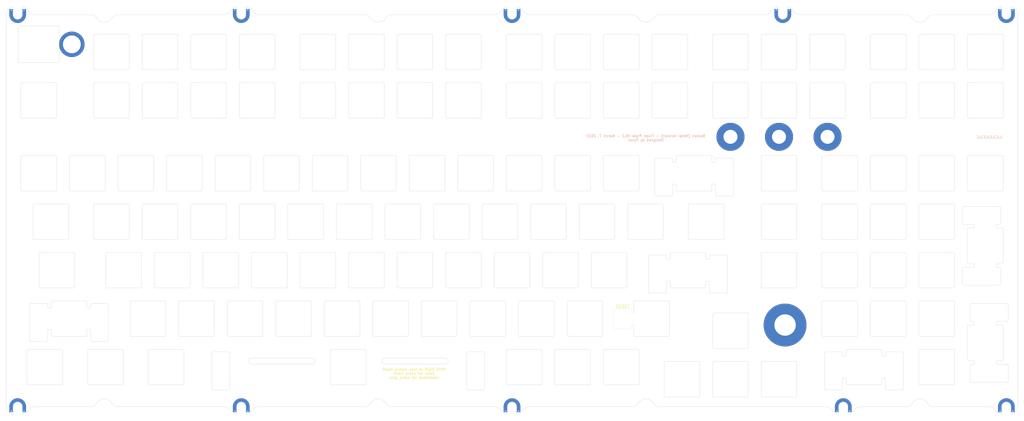
<source format=kicad_pcb>
(kicad_pcb (version 20211014) (generator pcbnew)
  (layers (0 "F.Cu" signal) (31 "B.Cu" signal) (34 "B.Paste" user) (35 "F.Paste" user) (36 "B.SilkS" user "B.Silkscreen") (37 "F.SilkS" user "F.Silkscreen") (38 "B.Mask" user) (39 "F.Mask" user) (44 "Edge.Cuts" user))
  (net 0 "")
  (net 1 "GND")
  (footprint "Boston-plate-custom-footprints:Notch-3.6mm" (layer "F.Cu") (at 79.4875 -33.725)
    (fp_text reference "H102")
    (fp_text value "MountingHole_Pad")
    (pad "1" smd custom (at -2.6 -1.1) (size 1.4 2.2) (layers "B.Cu" "B.Paste" "B.Mask") (net 1 "GND") (options (clearance outline) (anchor rect)) (primitives (gr_arc (start 5.2 1.1) (mid 2.6 3.7) (end 0 1.1) (width 1.4))))
    (pad "1" smd rect (at 2.6 -1.1) (size 1.4 2.2) (layers "B.Cu" "B.Mask") (net 1 "GND"))
  )
  (footprint "Boston-plate-custom-footprints:6x6-Tact-switch-opening" (layer "F.Cu") (at 229 85.725)
    (fp_text reference "H1")
    (fp_text value "MountingHole")
    (fp_line (start 3.5 -3.5) (end 3.5 -3) (layer "Edge.Cuts") (width 0.05))
    (fp_line (start 3.5 3.5) (end 3.5 3) (layer "Edge.Cuts") (width 0.05))
    (fp_line (start 3 -4) (end -3 -4) (layer "Edge.Cuts") (width 0.05))
    (fp_line (start -3.5 -3.5) (end -3.5 3.5) (layer "Edge.Cuts") (width 0.05))
    (fp_line (start 3 4) (end -3 4) (layer "Edge.Cuts") (width 0.05))
    (fp_arc (start -3 4) (mid -3.353553 3.853553) (end -3.5 3.5) (layer "Edge.Cuts") (width 0.05))
    (fp_arc (start 4 -2.5) (mid 3.646447 -2.646447) (end 3.5 -3) (layer "Edge.Cuts") (width 0.05))
    (fp_arc (start 3.5 3.5) (mid 3.353554 3.853553) (end 3.000002 3.999998) (layer "Edge.Cuts") (width 0.05))
    (fp_arc (start -3.5 -3.5) (mid -3.353553 -3.853553) (end -3 -4) (layer "Edge.Cuts") (width 0.05))
    (fp_arc (start 3.5 3) (mid 3.646447 2.646447) (end 4 2.5) (layer "Edge.Cuts") (width 0.05))
    (fp_arc (start 3 -4) (mid 3.353553 -3.853554) (end 3.499998 -3.500002) (layer "Edge.Cuts") (width 0.05))
  )
  (footprint "Boston-plate-custom-footprints:Notch-3.6mm" (layer "F.Cu") (at 291.9875 -33.725)
    (fp_text reference "H104")
    (fp_text value "MountingHole_Pad")
    (pad "1" smd rect (at 2.6 -1.1) (size 1.4 2.2) (layers "B.Cu" "B.Mask") (net 1 "GND"))
    (pad "1" smd custom (at -2.6 -1.1) (size 1.4 2.2) (layers "B.Cu" "B.Paste" "B.Mask") (net 1 "GND") (options (clearance outline) (anchor rect)) (primitives (gr_arc (start 5.2 1.1) (mid 2.6 3.7) (end 0 1.1) (width 1.4))))
  )
  (footprint "MountingHole:MountingHole_8.4mm_M8_Pad" (layer "F.Cu") (at 292.89375 88.22525)
    (fp_text reference "H6")
    (fp_text value "MountingHole_Pad")
    (pad "1" thru_hole circle locked (at 0 0) (size 16.8 16.8) (drill 8.4) (layers *.Cu "B.Mask") (net 1 "GND"))
  )
  (footprint "Boston-plate-custom-footprints:Notch-3.6mm" (layer "F.Cu") (at -8.2625 120.275 180)
    (fp_text reference "H106")
    (fp_text value "MountingHole_Pad")
    (pad "1" smd rect (at 2.6 -1.1 180) (size 1.4 2.2) (layers "B.Cu" "B.Mask") (net 1 "GND"))
    (pad "1" smd custom (at -2.6 -1.1 180) (size 1.4 2.2) (layers "B.Cu" "B.Paste" "B.Mask") (net 1 "GND") (options (clearance outline) (anchor rect)) (primitives (gr_arc (start 5.2 1.1) (mid 2.6 3.7) (end 0 1.1) (width 1.4))))
  )
  (footprint "Boston-plate-custom-footprints:Notch-3.6mm" (layer "F.Cu") (at 379.7375 -33.725)
    (fp_text reference "H105")
    (fp_text value "MountingHole_Pad")
    (pad "1" smd custom (at -2.6 -1.1) (size 1.4 2.2) (layers "B.Cu" "B.Paste" "B.Mask") (net 1 "GND") (options (clearance outline) (anchor rect)) (primitives (gr_arc (start 5.2 1.1) (mid 2.6 3.7) (end 0 1.1) (width 1.4))))
    (pad "1" smd rect (at 2.6 -1.1) (size 1.4 2.2) (layers "B.Cu" "B.Mask") (net 1 "GND"))
  )
  (footprint "MountingHole:MountingHole_5.5mm_Pad" (layer "F.Cu") (at 271.4625 14.2875)
    (fp_text reference "H2")
    (fp_text value "MountingHole_Pad")
    (pad "1" thru_hole circle locked (at 0 0) (size 11 11) (drill 5.5) (layers *.Cu "B.Mask") (net 1 "GND"))
  )
  (footprint "Boston-plate-custom-footprints:Notch-3.6mm" (layer "F.Cu") (at -8.2625 -33.725)
    (fp_text reference "H101")
    (fp_text value "MountingHole_Pad")
    (pad "1" smd rect (at 2.6 -1.1) (size 1.4 2.2) (layers "B.Cu" "B.Mask") (net 1 "GND"))
    (pad "1" smd custom (at -2.6 -1.1) (size 1.4 2.2) (layers "B.Cu" "B.Paste" "B.Mask") (net 1 "GND") (options (clearance outline) (anchor rect)) (primitives (gr_arc (start 5.2 1.1) (mid 2.6 3.7) (end 0 1.1) (width 1.4))))
  )
  (footprint "MountingHole:MountingHole_5.5mm_Pad" (layer "F.Cu") (at 290.5125 14.2875)
    (fp_text reference "H3")
    (fp_text value "MountingHole_Pad")
    (pad "1" thru_hole circle locked (at 0 0) (size 11 11) (drill 5.5) (layers *.Cu "B.Mask") (net 1 "GND"))
  )
  (footprint "Boston-plate-custom-footprints:Notch-3.6mm" (layer "F.Cu") (at 185.7375 -33.725)
    (fp_text reference "H103")
    (fp_text value "MountingHole_Pad")
    (pad "1" smd rect (at 2.6 -1.1) (size 1.4 2.2) (layers "B.Cu" "B.Mask") (net 1 "GND"))
    (pad "1" smd custom (at -2.6 -1.1) (size 1.4 2.2) (layers "B.Cu" "B.Paste" "B.Mask") (net 1 "GND") (options (clearance outline) (anchor rect)) (primitives (gr_arc (start 5.2 1.1) (mid 2.6 3.7) (end 0 1.1) (width 1.4))))
  )
  (footprint "Boston-plate-custom-footprints:Notch-3.6mm" (layer "F.Cu") (at 315.7375 120.275 180)
    (fp_text reference "H109")
    (fp_text value "MountingHole_Pad")
    (pad "1" smd rect (at 2.6 -1.1 180) (size 1.4 2.2) (layers "B.Cu" "B.Mask") (net 1 "GND"))
    (pad "1" smd custom (at -2.6 -1.1 180) (size 1.4 2.2) (layers "B.Cu" "B.Paste" "B.Mask") (net 1 "GND") (options (clearance outline) (anchor rect)) (primitives (gr_arc (start 5.2 1.1) (mid 2.6 3.7) (end 0 1.1) (width 1.4))))
  )
  (footprint "Boston-plate-custom-footprints:Notch-3.6mm" (layer "F.Cu") (at 185.7375 120.275 180)
    (fp_text reference "H108")
    (fp_text value "MountingHole_Pad")
    (pad "1" smd custom (at -2.6 -1.1 180) (size 1.4 2.2) (layers "B.Cu" "B.Paste" "B.Mask") (net 1 "GND") (options (clearance outline) (anchor rect)) (primitives (gr_arc (start 5.2 1.1) (mid 2.6 3.7) (end 0 1.1) (width 1.4))))
    (pad "1" smd rect (at 2.6 -1.1 180) (size 1.4 2.2) (layers "B.Cu" "B.Mask") (net 1 "GND"))
  )
  (footprint "MountingHole:MountingHole_5.5mm_Pad" (layer "F.Cu") (at 309.5625 14.2875)
    (fp_text reference "H4")
    (fp_text value "MountingHole_Pad")
    (pad "1" thru_hole circle locked (at 0 0) (size 11 11) (drill 5.5) (layers *.Cu "B.Mask") (net 1 "GND"))
  )
  (footprint "Boston-plate-custom-footprints:7mm-hole" (layer "F.Cu") (at 13 -22.05)
    (fp_text reference "H5")
    (fp_text value "MountingHole_Pad")
    (pad "1" thru_hole circle (at 0 0) (size 10 10) (drill 7) (layers *.Cu "B.Mask") (net 1 "GND"))
  )
  (footprint "Boston-plate-custom-footprints:Notch-3.6mm" (layer "F.Cu") (at 379.7375 120.275 180)
    (fp_text reference "H110")
    (fp_text value "MountingHole_Pad")
    (pad "1" smd rect (at 2.6 -1.1 180) (size 1.4 2.2) (layers "B.Cu" "B.Mask") (net 1 "GND"))
    (pad "1" smd custom (at -2.6 -1.1 180) (size 1.4 2.2) (layers "B.Cu" "B.Paste" "B.Mask") (net 1 "GND") (options (clearance outline) (anchor rect)) (primitives (gr_arc (start 5.2 1.1) (mid 2.6 3.7) (end 0 1.1) (width 1.4))))
  )
  (footprint "Boston-plate-custom-footprints:Notch-3.6mm" (layer "F.Cu") (at 79.4875 120.275 180)
    (fp_text reference "H107")
    (fp_text value "MountingHole_Pad")
    (pad "1" smd rect (at 2.6 -1.1 180) (size 1.4 2.2) (layers "B.Cu" "B.Mask") (net 1 "GND"))
    (pad "1" smd custom (at -2.6 -1.1 180) (size 1.4 2.2) (layers "B.Cu" "B.Paste" "B.Mask") (net 1 "GND") (options (clearance outline) (anchor rect)) (primitives (gr_arc (start 5.2 1.1) (mid 2.6 3.7) (end 0 1.1) (width 1.4))))
  )
  (gr_arc (start 135.5875 6.5) (mid 135.441053 6.853553) (end 135.0875 7) (layer "Edge.Cuts") (width 0.1))
  (gr_arc (start 173.6875 73.175) (mid 173.541053 73.528553) (end 173.1875 73.675) (layer "Edge.Cuts") (width 0.1))
  (gr_arc (start 258.9125 102.5375) (mid 259.266053 102.683947) (end 259.4125 103.0375) (layer "Edge.Cuts") (width 0.1))
  (gr_line (start 284.0125 -26.05) (end 297.0125 -26.05) (layer "Edge.Cuts") (width 0.1))
  (gr_arc (start 264.4625 103.0375) (mid 264.608947 102.683947) (end 264.9625 102.5375) (layer "Edge.Cuts") (width 0.1))
  (gr_line (start 326.375 -25.55) (end 326.375 -12.55) (layer "Edge.Cuts") (width 0.1))
  (gr_arc (start 241.235288 -32.418548) (mid 242.21982 -33.375806) (end 243.547867 -33.725) (layer "Edge.Cuts") (width 0.1))
  (gr_arc (start 247.59375 70.975) (mid 247.735171 71.033578) (end 247.793749 71.174999) (layer "Edge.Cuts") (width 0.1))
  (gr_arc (start -1.7375 54.625) (mid -2.091053 54.478553) (end -2.2375 54.125) (layer "Edge.Cuts") (width 0.1))
  (gr_line (start -9.9625 -33.725) (end -9.9625 -36.188331) (layer "Edge.Cuts") (width 0.1))
  (gr_arc (start 332.088 109.074999) (mid 332.229421 109.133577) (end 332.287999 109.274998) (layer "Edge.Cuts") (width 0.1))
  (gr_arc (start 245.4125 103.0375) (mid 245.558947 102.683947) (end 245.9125 102.5375) (layer "Edge.Cuts") (width 0.1))
  (gr_arc (start 297.5125 116.0375) (mid 297.366053 116.391053) (end 297.0125 116.5375) (layer "Edge.Cuts") (width 0.1))
  (gr_line (start 284.0125 73.675) (end 297.0125 73.675) (layer "Edge.Cuts") (width 0.1))
  (gr_line (start 321.325 22.075) (end 321.325 35.075) (layer "Edge.Cuts") (width 0.1))
  (gr_line (start 114.94375 111.774999) (end 127.94375 111.774999) (layer "Edge.Cuts") (width 0.1))
  (gr_line (start 68.44375 113.774999) (end 74.44375 113.774999) (layer "Edge.Cuts") (width 0.1))
  (gr_arc (start 122.0875 7) (mid 121.733947 6.853553) (end 121.5875 6.5) (layer "Edge.Cuts") (width 0.1))
  (gr_arc (start 221.3125 92.225) (mid 221.166053 92.578553) (end 220.8125 92.725) (layer "Edge.Cuts") (width 0.1))
  (gr_line (start 261.79375 60.175) (end 261.79375 62.175) (layer "Edge.Cuts") (width 0.1))
  (gr_arc (start 167.94375 99.274999) (mid 168.090197 98.921446) (end 168.44375 98.774999) (layer "Edge.Cuts") (width 0.1))
  (gr_line (start 359.425 98.274999) (end 359.425 111.274999) (layer "Edge.Cuts") (width 0.1))
  (gr_line (start 160.1875 73.675) (end 173.1875 73.675) (layer "Edge.Cuts") (width 0.1))
  (gr_arc (start 158.9 21.575) (mid 159.253553 21.721447) (end 159.4 22.075) (layer "Edge.Cuts") (width 0.1))
  (gr_line (start 247.593746 62.375001) (end 246.55575 62.375) (layer "Edge.Cuts") (width 0.1))
  (gr_line (start 59.387499 60.175) (end 59.387499 73.175) (layer "Edge.Cuts") (width 0.1))
  (gr_line (start 297.5125 -25.55) (end 297.5125 -12.55) (layer "Edge.Cuts") (width 0.1))
  (gr_line (start 202.2625 79.225) (end 202.2625 92.225) (layer "Edge.Cuts") (width 0.1))
  (gr_arc (start 121.5875 -25.55) (mid 121.733947 -25.903553) (end 122.0875 -26.05) (layer "Edge.Cuts") (width 0.1))
  (gr_arc (start 254.937499 41.125) (mid 255.083946 40.771447) (end 255.437499 40.625) (layer "Edge.Cuts") (width 0.1))
  (gr_arc (start 54.9125 79.225) (mid 55.058947 78.871447) (end 55.4125 78.725) (layer "Edge.Cuts") (width 0.1))
  (gr_arc (start 247.793746 62.175001) (mid 247.735168 62.316422) (end 247.593747 62.375) (layer "Edge.Cuts") (width 0.1))
  (gr_line (start 88.25 22.075) (end 88.25 35.075) (layer "Edge.Cuts") (width 0.1))
  (gr_line (start 326.875 73.675) (end 339.875 73.675) (layer "Edge.Cuts") (width 0.1))
  (gr_arc (start 96.9875 59.675) (mid 97.341053 59.821447) (end 97.4875 60.175) (layer "Edge.Cuts") (width 0.1))
  (gr_line (start 297.5125 41.125) (end 297.5125 54.125) (layer "Edge.Cuts") (width 0.1))
  (gr_line (start 222.1 -26.05) (end 235.1 -26.05) (layer "Edge.Cuts") (width 0.1))
  (gr_line (start 375.774999 49.949996) (end 375.775 48.912) (layer "Edge.Cuts") (width 0.1))
  (gr_line (start 184 111.774999) (end 197 111.774999) (layer "Edge.Cuts") (width 0.1))
  (gr_line (start 367.175001 48.912004) (end 367.175 49.95) (layer "Edge.Cuts") (width 0.1))
  (gr_arc (start 345.425 79.225) (mid 345.571447 78.871447) (end 345.925 78.725) (layer "Edge.Cuts") (width 0.1))
  (gr_line (start 74.94375 99.274999) (end 74.94375 113.274999) (layer "Edge.Cuts") (width 0.1))
  (gr_arc (start 235.6 111.274999) (mid 235.453553 111.628552) (end 235.1 111.774999) (layer "Edge.Cuts") (width 0.1))
  (gr_arc (start 345.425 60.175) (mid 345.571447 59.821447) (end 345.925 59.675) (layer "Edge.Cuts") (width 0.1))
  (gr_line (start 283.5125 -25.55) (end 283.5125 -12.55) (layer "Edge.Cuts") (width 0.1))
  (gr_arc (start 155.424999 54.625) (mid 155.071446 54.478553) (end 154.924999 54.125) (layer "Edge.Cuts") (width 0.1))
  (gr_line (start 283.5125 22.075) (end 283.5125 35.075) (layer "Edge.Cuts") (width 0.1))
  (gr_line (start 317.35 97.774999) (end 330.35 97.774999) (layer "Edge.Cuts") (width 0.1))
  (gr_arc (start 307.325 60.175) (mid 307.471447 59.821447) (end 307.825 59.675) (layer "Edge.Cuts") (width 0.1))
  (gr_arc (start 60.175 7) (mid 59.821447 6.853553) (end 59.675 6.5) (layer "Edge.Cuts") (width 0.1))
  (gr_arc (start 81.1875 -33.725) (mid 79.4875 -32.025) (end 77.7875 -33.725) (layer "Edge.Cuts") (width 0.1))
  (gr_line (start 362.475 42.212) (end 362.475 48.212) (layer "Edge.Cuts") (width 0.1))
  (gr_arc (start 6.499999 21.575) (mid 6.853552 21.721447) (end 6.999999 22.075) (layer "Edge.Cuts") (width 0.1))
  (gr_line (start 169.7125 78.725) (end 182.7125 78.725) (layer "Edge.Cuts") (width 0.1))
  (gr_arc (start 177.95 21.575) (mid 178.303553 21.721447) (end 178.45 22.075) (layer "Edge.Cuts") (width 0.1))
  (gr_line (start 207.8125 78.725) (end 220.8125 78.725) (layer "Edge.Cuts") (width 0.1))
  (gr_line (start 135.875 41.125) (end 135.875 54.125) (layer "Edge.Cuts") (width 0.1))
  (gr_arc (start 380.475001 110.187999) (mid 380.328554 110.541552) (end 379.975001 110.687999) (layer "Edge.Cuts") (width 0.1))
  (gr_arc (start 247.50625 92.225) (mid 247.359803 92.578553) (end 247.00625 92.725) (layer "Edge.Cuts") (width 0.1))
  (gr_arc (start 297.5125 35.075) (mid 297.366053 35.428553) (end 297.0125 35.575) (layer "Edge.Cuts") (width 0.1))
  (gr_arc (start 35.575 -12.55) (mid 35.428553 -12.196447) (end 35.075 -12.05) (layer "Edge.Cuts") (width 0.1))
  (gr_arc (start 272.113001 22.574999) (mid 272.466554 22.721446) (end 272.613 23.075) (layer "Edge.Cuts") (width 0.1))
  (gr_arc (start 78.725 -6.5) (mid 78.871447 -6.853553) (end 79.225 -7) (layer "Edge.Cuts") (width 0.1))
  (gr_line (start 5.40625 92.725) (end 18.40625 92.725) (layer "Edge.Cuts") (width 0.1))
  (gr_arc (start 14.143749 73.175) (mid 13.997302 73.528553) (end 13.643749 73.675) (layer "Edge.Cuts") (width 0.1))
  (gr_line (start 59.675 41.125) (end 59.675 54.125) (layer "Edge.Cuts") (width 0.1))
  (gr_line (start 4.90625 79.225) (end 4.90625 81.225) (layer "Edge.Cuts") (width 0.1))
  (gr_line (start 7.5 -14.8) (end -7.5 -14.8) (layer "Edge.Cuts") (width 0.1))
  (gr_line (start 203.049999 -26.05) (end 216.049999 -26.05) (layer "Edge.Cuts") (width 0.1))
  (gr_arc (start 206.525 40.625) (mid 206.878553 40.771447) (end 207.025 41.125) (layer "Edge.Cuts") (width 0.1))
  (gr_line (start 359.425 -25.55) (end 359.425 -12.55) (layer "Edge.Cuts") (width 0.1))
  (gr_line (start 45.8875 59.675) (end 58.887499 59.675) (layer "Edge.Cuts") (width 0.1))
  (gr_arc (start 265.413 32.875) (mid 265.554421 32.933578) (end 265.612999 33.074999) (layer "Edge.Cuts") (width 0.1))
  (gr_line (start 41.125 40.625) (end 54.125 40.625) (layer "Edge.Cuts") (width 0.1))
  (gr_line (start 159.4 22.075) (end 159.4 35.075) (layer "Edge.Cuts") (width 0.1))
  (gr_arc (start 254.65 -12.55) (mid 254.503553 -12.196447) (end 254.15 -12.05) (layer "Edge.Cuts") (width 0.1))
  (gr_arc (start 216.049999 97.774999) (mid 216.403552 97.921446) (end 216.549999 98.274999) (layer "Edge.Cuts") (width 0.1))
  (gr_arc (start 18.40625 78.725) (mid 18.759803 78.871447) (end 18.90625 79.225) (layer "Edge.Cuts") (width 0.1))
  (gr_line (start 248.29375 59.675) (end 261.29375 59.675) (layer "Edge.Cuts") (width 0.1))
  (gr_arc (start 188.026987 -36.681405) (mid 189.057873 -36.260498) (end 189.831237 -35.459375) (layer "Edge.Cuts") (width 0.1))
  (gr_arc (start 126.0625 92.225) (mid 125.916053 92.578553) (end 125.5625 92.725) (layer "Edge.Cuts") (width 0.1))
  (gr_arc (start 340.375 6.5) (mid 340.228553 6.853553) (end 339.875 7) (layer "Edge.Cuts") (width 0.1))
  (gr_line (start 284.0125 102.5375) (end 297.0125 102.5375) (layer "Edge.Cuts") (width 0.1))
  (gr_line (start 345.425 -25.55) (end 345.425 -12.55) (layer "Edge.Cuts") (width 0.1))
  (gr_line (start 377.975 50.15) (end 375.975 50.15) (layer "Edge.Cuts") (width 0.1))
  (gr_arc (start 222.1 111.774999) (mid 221.746447 111.628552) (end 221.6 111.274999) (layer "Edge.Cuts") (width 0.1))
  (gr_line (start 326.875 7) (end 339.875 7) (layer "Edge.Cuts") (width 0.1))
  (gr_arc (start 381.4375 -33.725) (mid 379.7375 -32.025) (end 378.0375 -33.725) (layer "Edge.Cuts") (width 0.1))
  (gr_line (start 340.427133 120.274999) (end 322.965933 120.274999) (layer "Edge.Cuts") (width 0.1))
  (gr_line (start 221.6 22.075) (end 221.6 35.075) (layer "Edge.Cuts") (width 0.1))
  (gr_line (start 184 21.575) (end 197 21.575) (layer "Edge.Cuts") (width 0.1))
  (gr_arc (start 330.850001 111.275) (mid 330.703554 111.628553) (end 330.35 111.774999) (layer "Edge.Cuts") (width 0.1))
  (gr_line (start 68.44375 98.774999) (end 74.44375 98.774999) (layer "Edge.Cuts") (width 0.1))
  (gr_arc (start 197.5 111.274999) (mid 197.353553 111.628552) (end 197 111.774999) (layer "Edge.Cuts") (width 0.1))
  (gr_arc (start 345.925 7) (mid 345.571447 6.853553) (end 345.425 6.5) (layer "Edge.Cuts") (width 0.1))
  (gr_line (start 326.875 78.725) (end 339.875 78.725) (layer "Edge.Cuts") (width 0.1))
  (gr_arc (start 377.975 50.15) (mid 378.328553 50.296447) (end 378.475 50.65) (layer "Edge.Cuts") (width 0.1))
  (gr_arc (start 244.625 40.625) (mid 244.978553 40.771447) (end 245.125 41.125) (layer "Edge.Cuts") (width 0.1))
  (gr_line (start 83.199999 22.075) (end 83.199999 35.075) (layer "Edge.Cuts") (width 0.1))
  (gr_line (start 41.125 -12.05) (end 54.125 -12.05) (layer "Edge.Cuts") (width 0.1))
  (gr_line (start 264.4625 83.9875) (end 264.4625 96.9875) (layer "Edge.Cuts") (width 0.1))
  (gr_line (start 376.975 72.588) (end 375.975 72.588) (layer "Edge.Cuts") (width 0.1))
  (gr_arc (start 59.387499 73.175) (mid 59.241052 73.528553) (end 58.887499 73.675) (layer "Edge.Cuts") (width 0.1))
  (gr_line (start 9.38125 98.274999) (end 9.38125 111.274999) (layer "Edge.Cuts") (width 0.1))
  (gr_arc (start 154.6375 6.5) (mid 154.491053 6.853553) (end 154.1375 7) (layer "Edge.Cuts") (width 0.1))
  (gr_arc (start 192.237499 59.675) (mid 192.591052 59.821447) (end 192.737499 60.175) (layer "Edge.Cuts") (width 0.1))
  (gr_arc (start 377.975 -7) (mid 378.328553 -6.853553) (end 378.475 -6.5) (layer "Edge.Cuts") (width 0.1))
  (gr_arc (start 375.775 48.912) (mid 375.833578 48.770579) (end 375.974999 48.712001) (layer "Edge.Cuts") (width 0.1))
  (gr_arc (start 326.375 79.225) (mid 326.521447 78.871447) (end 326.875 78.725) (layer "Edge.Cuts") (width 0.1))
  (gr_line (start 168.924999 41.125) (end 168.924999 54.125) (layer "Edge.Cuts") (width 0.1))
  (gr_arc (start 98.274999 54.625) (mid 97.921446 54.478553) (end 97.774999 54.125) (layer "Edge.Cuts") (width 0.1))
  (gr_line (start 135.73125 103.584375) (end 159.54375 103.584375) (layer "Edge.Cuts") (width 0.1))
  (gr_arc (start 248.237 22.575) (mid 248.590553 22.721447) (end 248.737 23.075) (layer "Edge.Cuts") (width 0.1))
  (gr_arc (start 97.4875 73.175) (mid 97.341053 73.528553) (end 96.9875 73.675) (layer "Edge.Cuts") (width 0.1))
  (gr_arc (start 221.6 -6.5) (mid 221.746447 -6.853553) (end 222.1 -7) (layer "Edge.Cuts") (width 0.1))
  (gr_line (start 184 97.774999) (end 197 97.774999) (layer "Edge.Cuts") (width 0.1))
  (gr_arc (start 378.475002 101.75) (mid 378.328555 102.103553) (end 377.975001 102.249999) (layer "Edge.Cuts") (width 0.1))
  (gr_arc (start 339.875 40.625) (mid 340.228553 40.771447) (end 340.375 41.125) (layer "Edge.Cuts") (width 0.1))
  (gr_line (start 326.375 60.175) (end 326.375 73.175) (layer "Edge.Cuts") (width 0.1))
  (gr_line (start 270.23175 75.175) (end 270.23175 62.175) (layer "Edge.Cuts") (width 0.1))
  (gr_line (start 19.69375 111.774999) (end 32.69375 111.774999) (layer "Edge.Cuts") (width 0.1))
  (gr_arc (start -1.034066 -33.725) (mid -2.825321 -34.1875) (end -4.168762 -35.459375) (layer "Edge.Cuts") (width 0.1))
  (gr_arc (start 326.375 22.075) (mid 326.521447 21.721447) (end 326.875 21.575) (layer "Edge.Cuts") (width 0.1))
  (gr_line (start 79.225 7) (end 92.225 7) (layer "Edge.Cuts") (width 0.1))
  (gr_arc (start 207.8125 92.725) (mid 207.458947 92.578553) (end 207.3125 92.225) (layer "Edge.Cuts") (width 0.1))
  (gr_arc (start 254.15 -26.05) (mid 254.503553 -25.903553) (end 254.65 -25.55) (layer "Edge.Cuts") (width 0.1))
  (gr_line (start 212.575 54.625) (end 225.575 54.625) (layer "Edge.Cuts") (width 0.1))
  (gr_arc (start 18.906254 90.224999) (mid 18.964832 90.083578) (end 19.106253 90.025) (layer "Edge.Cuts") (width 0.1))
  (gr_arc (start 345.925 73.675) (mid 345.571447 73.528553) (end 345.425 73.175) (layer "Edge.Cuts") (width 0.1))
  (gr_arc (start 183.2125 92.225) (mid 183.066053 92.578553) (end 182.7125 92.725) (layer "Edge.Cuts") (width 0.1))
  (gr_arc (start 54.125 -26.05) (mid 54.478553 -25.903553) (end 54.625 -25.55) (layer "Edge.Cuts") (width 0.1))
  (gr_line (start 254.65 -25.55) (end 254.65 -12.55) (layer "Edge.Cuts") (width 0.1))
  (gr_arc (start 316.849996 100.275) (mid 316.791418 100.416421) (end 316.649997 100.474999) (layer "Edge.Cuts") (width 0.1))
  (gr_line (start 178.509067 120.274999) (end 138.547867 120.274999) (layer "Edge.Cuts") (width 0.1))
  (gr_line (start 345.925 7) (end 358.925 7) (layer "Edge.Cuts") (width 0.1))
  (gr_arc (start 18.906251 92.225001) (mid 18.759804 92.578554) (end 18.40625 92.725) (layer "Edge.Cuts") (width 0.1))
  (gr_line (start 43.50625 97.774999) (end 56.50625 97.774999) (layer "Edge.Cuts") (width 0.1))
  (gr_line (start 179.237499 73.675) (end 192.237499 73.675) (layer "Edge.Cuts") (width 0.1))
  (gr_line (start 234.00625 92.725) (end 247.00625 92.725) (layer "Edge.Cuts") (width 0.1))
  (gr_arc (start 315.412004 109.274998) (mid 315.470582 109.133577) (end 315.612003 109.074999) (layer "Edge.Cuts") (width 0.1))
  (gr_arc (start 20.844249 94.725001) (mid 20.490696 94.578554) (end 20.34425 94.225) (layer "Edge.Cuts") (width 0.1))
  (gr_arc (start 126.85 35.575) (mid 126.496447 35.428553) (end 126.35 35.075) (layer "Edge.Cuts") (width 0.1))
  (gr_line (start 317.4375 120.274999) (end 317.4375 122.739477) (layer "Edge.Cuts") (width 0.1))
  (gr_arc (start 339.875 21.575) (mid 340.228553 21.721447) (end 340.375 22.075) (layer "Edge.Cuts") (width 0.1))
  (gr_arc (start 58.887499 59.675) (mid 59.241052 59.821447) (end 59.387499 60.175) (layer "Edge.Cuts") (width 0.1))
  (gr_line (start 284.0125 21.575) (end 297.0125 21.575) (layer "Edge.Cuts") (width 0.1))
  (gr_arc (start 60.175 54.625) (mid 59.821447 54.478553) (end 59.675 54.125) (layer "Edge.Cuts") (width 0.1))
  (gr_line (start 303.0625 -12.05) (end 316.0625 -12.05) (layer "Edge.Cuts") (width 0.1))
  (gr_line (start 245.9125 116.5375) (end 258.9125 116.5375) (layer "Edge.Cuts") (width 0.1))
  (gr_line (start 308.912 113.774999) (end 314.912 113.774999) (layer "Edge.Cuts") (width 0.1))
  (gr_arc (start 316.0625 -26.05) (mid 316.416053 -25.903553) (end 316.5625 -25.55) (layer "Edge.Cuts") (width 0.1))
  (gr_arc (start -9.962498 122.738331) (mid -10.142666 123.122722) (end -10.553408 123.229996) (layer "Edge.Cuts") (width 0.1))
  (gr_arc (start 339.875 -7) (mid 340.228553 -6.853553) (end 340.375 -6.5) (layer "Edge.Cuts") (width 0.1))
  (gr_arc (start 284.0125 7) (mid 283.658947 6.853553) (end 283.5125 6.5) (layer "Edge.Cuts") (width 0.1))
  (gr_line (start 307.325 41.125) (end 307.325 54.125) (layer "Edge.Cuts") (width 0.1))
  (gr_line (start 217.3375 59.675) (end 230.3375 59.675) (layer "Edge.Cuts") (width 0.1))
  (gr_arc (start 345.425 -25.55) (mid 345.571447 -25.903553) (end 345.925 -26.05) (layer "Edge.Cuts") (width 0.1))
  (gr_line (start 202.549999 22.075) (end 202.549999 35.075) (layer "Edge.Cuts") (width 0.1))
  (gr_line (start 26.8375 59.675) (end 39.8375 59.675) (layer "Edge.Cuts") (width 0.1))
  (gr_line (start 154.6375 -6.5) (end 154.6375 6.5) (layer "Edge.Cuts") (width 0.1))
  (gr_arc (start 315.412001 113.275) (mid 315.265554 113.628553) (end 314.912 113.774999) (layer "Edge.Cuts") (width 0.1))
  (gr_arc (start 317.349999 111.775) (mid 316.996446 111.628553) (end 316.85 111.274999) (layer "Edge.Cuts") (width 0.1))
  (gr_arc (start 26.3375 60.175) (mid 26.483947 59.821447) (end 26.8375 59.675) (layer "Edge.Cuts") (width 0.1))
  (gr_arc (start 74.94375 113.274999) (mid 74.797303 113.628552) (end 74.44375 113.774999) (layer "Edge.Cuts") (width 0.1))
  (gr_arc (start 187.975 54.125) (mid 187.828553 54.478553) (end 187.475 54.625) (layer "Edge.Cuts") (width 0.1))
  (gr_arc (start 297.5125 73.175) (mid 297.366053 73.528553) (end 297.0125 73.675) (layer "Edge.Cuts") (width 0.1))
  (gr_arc (start 202.549999 98.274999) (mid 202.696446 97.921446) (end 203.049999 97.774999) (layer "Edge.Cuts") (width 0.1))
  (gr_line (start 69.199999 22.075) (end 69.199999 35.075) (layer "Edge.Cuts") (width 0.1))
  (gr_arc (start 221.6 98.274999) (mid 221.746447 97.921446) (end 222.1 97.774999) (layer "Edge.Cuts") (width 0.1))
  (gr_arc (start 240.65 -6.5) (mid 240.796447 -6.853553) (end 241.15 -7) (layer "Edge.Cuts") (width 0.1))
  (gr_line (start 316.5625 -25.55) (end 316.5625 -12.55) (layer "Edge.Cuts") (width 0.1))
  (gr_arc (start 270.23175 75.175) (mid 270.085303 75.528553) (end 269.73175 75.675) (layer "Edge.Cuts") (width 0.1))
  (gr_arc (start 225.575 40.625) (mid 225.928553 40.771447) (end 226.075 41.125) (layer "Edge.Cuts") (width 0.1))
  (gr_arc (start 307.825 92.725) (mid 307.471447 92.578553) (end 307.325 92.225) (layer "Edge.Cuts") (width 0.1))
  (gr_line (start 150.1625 79.225) (end 150.1625 92.225) (layer "Edge.Cuts") (width 0.1))
  (gr_line (start 149.875 41.125) (end 149.875 54.125) (layer "Edge.Cuts") (width 0.1))
  (gr_line (start 20.34425 80.225) (end 20.34425 81.225) (layer "Edge.Cuts") (width 0.1))
  (gr_arc (start 116.824999 41.125) (mid 116.971446 40.771447) (end 117.324999 40.625) (layer "Edge.Cuts") (width 0.1))
  (gr_line (start 160.1875 59.675) (end 173.1875 59.675) (layer "Edge.Cuts") (width 0.1))
  (gr_line (start 193.025 41.125) (end 193.025 54.125) (layer "Edge.Cuts") (width 0.1))
  (gr_line (start 50.65 21.575) (end 63.65 21.575) (layer "Edge.Cuts") (width 0.1))
  (gr_arc (start 250.175 22.075) (mid 250.321447 21.721447) (end 250.675 21.575) (layer "Edge.Cuts") (width 0.1))
  (gr_arc (start 321.325 92.225) (mid 321.178553 92.578553) (end 320.825 92.725) (layer "Edge.Cuts") (width 0.1))
  (gr_arc (start 264.4625 -25.55) (mid 264.608947 -25.903553) (end 264.9625 -26.05) (layer "Edge.Cuts") (width 0.1))
  (gr_line (start 345.925 21.575) (end 358.925 21.575) (layer "Edge.Cuts") (width 0.1))
  (gr_arc (start 235.1 -26.05) (mid 235.453553 -25.903553) (end 235.6 -25.55) (layer "Edge.Cuts") (width 0.1))
  (gr_arc (start 174.475 54.625) (mid 174.121447 54.478553) (end 173.975 54.125) (layer "Edge.Cuts") (width 0.1))
  (gr_arc (start -12.762501 -34.025) (mid -12.137847 -35.751794) (end -10.553408 -36.679997) (layer "Edge.Cuts") (width 0.1))
  (gr_line (start 122.0875 -26.05) (end 135.0875 -26.05) (layer "Edge.Cuts") (width 0.1))
  (gr_line (start 326.875 35.575) (end 339.875 35.575) (layer "Edge.Cuts") (width 0.1))
  (gr_arc (start 250.174996 24.075001) (mid 250.116418 24.216422) (end 249.974997 24.275) (layer "Edge.Cuts") (width 0.1))
  (gr_arc (start 188.026987 123.231404) (mid 187.617143 123.123367) (end 187.4375 122.739477) (layer "Edge.Cuts") (width 0.1))
  (gr_arc (start 28.735288 -32.418548) (mid 29.71982 -33.375806) (end 31.047867 -33.725) (layer "Edge.Cuts") (width 0.1))
  (gr_arc (start 202.549999 -25.55) (mid 202.696446 -25.903553) (end 203.049999 -26.05) (layer "Edge.Cuts") (width 0.1))
  (gr_arc (start 49.8625 92.225) (mid 49.716053 92.578553) (end 49.3625 92.725) (layer "Edge.Cuts") (width 0.1))
  (gr_arc (start 173.1875 -7) (mid 173.541053 -6.853553) (end 173.6875 -6.5) (layer "Edge.Cuts") (width 0.1))
  (gr_line (start 74.462499 78.725) (end 87.462499 78.725) (layer "Edge.Cuts") (width 0.1))
  (gr_arc (start 268.4375 40.625) (mid 268.791053 40.771447) (end 268.9375 41.125) (layer "Edge.Cuts") (width 0.1))
  (gr_line (start 116.824999 41.125) (end 116.824999 54.125) (layer "Edge.Cuts") (width 0.1))
  (gr_arc (start 55.4125 92.725) (mid 55.058947 92.578553) (end 54.9125 92.225) (layer "Edge.Cuts") (width 0.1))
  (gr_arc (start 54.125 40.625) (mid 54.478553 40.771447) (end 54.625 41.125) (layer "Edge.Cuts") (width 0.1))
  (gr_arc (start 111.774999 54.125) (mid 111.628552 54.478553) (end 111.274999 54.625) (layer "Edge.Cuts") (width 0.1))
  (gr_arc (start 154.924999 41.125) (mid 155.071446 40.771447) (end 155.424999 40.625) (layer "Edge.Cuts") (width 0.1))
  (gr_arc (start 284.0125 116.5375) (mid 283.658947 116.391053) (end 283.5125 116.0375) (layer "Edge.Cuts") (width 0.1))
  (gr_arc (start 97.774999 41.125) (mid 97.921446 40.771447) (end 98.274999 40.625) (layer "Edge.Cuts") (width 0.1))
  (gr_line (start 22.075 54.625) (end 35.075 54.625) (layer "Edge.Cuts") (width 0.1))
  (gr_line (start 19.19375 98.274999) (end 19.19375 111.274999) (layer "Edge.Cuts") (width 0.1))
  (gr_arc (start 321.325 35.075) (mid 321.178553 35.428553) (end 320.825 35.575) (layer "Edge.Cuts") (width 0.1))
  (gr_line (start 216.549999 98.274999) (end 216.549999 111.274999) (layer "Edge.Cuts") (width 0.1))
  (gr_line (start 345.925 35.575) (end 358.925 35.575) (layer "Edge.Cuts") (width 0.1))
  (gr_arc (start 182.7125 78.725) (mid 183.066053 78.871447) (end 183.2125 79.225) (layer "Edge.Cuts") (width 0.1))
  (gr_arc (start 345.425 22.075) (mid 345.571447 21.721447) (end 345.925 21.575) (layer "Edge.Cuts") (width 0.1))
  (gr_line (start 160.1875 7) (end 173.1875 7) (layer "Edge.Cuts") (width 0.1))
  (gr_arc (start 326.875 7) (mid 326.521447 6.853553) (end 326.375 6.5) (layer "Edge.Cuts") (width 0.1))
  (gr_arc (start 365.975001 86.811999) (mid 365.621448 86.665552) (end 365.475001 86.311999) (layer "Edge.Cuts") (width 0.1))
  (gr_line (start 367.175001 64.350004) (end 367.175 65.388) (layer "Edge.Cuts") (width 0.1))
  (gr_arc (start 73.675 54.125) (mid 73.528553 54.478553) (end 73.175 54.625) (layer "Edge.Cuts") (width 0.1))
  (gr_line (start 19.106254 90.024999) (end 20.14425 90.025) (layer "Edge.Cuts") (width 0.1))
  (gr_arc (start 92.725 6.5) (mid 92.578553 6.853553) (end 92.225 7) (layer "Edge.Cuts") (width 0.1))
  (gr_arc (start 141.1375 -12.05) (mid 140.783947 -12.196447) (end 140.6375 -12.55) (layer "Edge.Cuts") (width 0.1))
  (gr_line (start 241.15 7) (end 254.15 7) (layer "Edge.Cuts") (width 0.1))
  (gr_line (start 103.0375 -7) (end 116.0375 -7) (layer "Edge.Cuts") (width 0.1))
  (gr_arc (start 72.259067 120.274999) (mid 74.050322 120.737499) (end 75.393763 122.009374) (layer "Edge.Cuts") (width 0.1))
  (gr_line (start 315.412 99.274999) (end 315.412 100.274999) (layer "Edge.Cuts") (width 0.1))
  (gr_arc (start 316.5625 6.5) (mid 316.416053 6.853553) (end 316.0625 7) (layer "Edge.Cuts") (width 0.1))
  (gr_line (start 59.675 -25.55) (end 59.675 -12.55) (layer "Edge.Cuts") (width 0.1))
  (gr_arc (start 345.925 35.575) (mid 345.571447 35.428553) (end 345.425 35.075) (layer "Edge.Cuts") (width 0.1))
  (gr_arc (start 75.393763 -35.459375) (mid 76.167127 -36.260498) (end 77.198013 -36.681405) (layer "Edge.Cuts") (width 0.1))
  (gr_line (start 239.85575 60.675) (end 245.85575 60.675) (layer "Edge.Cuts") (width 0.1))
  (gr_line (start 103.0375 73.675) (end 116.0375 73.675) (layer "Edge.Cuts") (width 0.1))
  (gr_arc (start 201.7625 78.725) (mid 202.116053 78.871447) (end 202.2625 79.225) (layer "Edge.Cuts") (width 0.1))
  (gr_arc (start 342.739712 118.968547) (mid 341.75518 119.925805) (end 340.427133 120.274999) (layer "Edge.Cuts") (width 0.1))
  (gr_line (start 116.5375 -25.55) (end 116.5375 -12.55) (layer "Edge.Cuts") (width 0.1))
  (gr_arc (start 202.549999 -6.5) (mid 202.696446 -6.853553) (end 203.049999 -7) (layer "Edge.Cuts") (width 0.1))
  (gr_line (start 264.9625 -12.05) (end 277.9625 -12.05) (layer "Edge.Cuts") (width 0.1))
  (gr_line (start 31.1 22.075) (end 31.1 35.075) (layer "Edge.Cuts") (width 0.1))
  (gr_arc (start 78.4375 73.175) (mid 78.291053 73.528553) (end 77.9375 73.675) (layer "Edge.Cuts") (width 0.1))
  (gr_arc (start 116.5375 -12.55) (mid 116.391053 -12.196447) (end 116.0375 -12.05) (layer "Edge.Cuts") (width 0.1))
  (gr_arc (start -4.11875 111.774999) (mid -4.472303 111.628552) (end -4.61875 111.274999) (layer "Edge.Cuts") (width 0.1))
  (gr_arc (start 164.95 35.575) (mid 164.596447 35.428553) (end 164.45 35.075) (layer "Edge.Cuts") (width 0.1))
  (gr_line (start 359.425 79.225) (end 359.425 92.225) (layer "Edge.Cuts") (width 0.1))
  (gr_arc (start -6.5 35.575) (mid -6.853553 35.428553) (end -7 35.075) (layer "Edge.Cuts") (width 0.1))
  (gr_arc (start 86.715933 -33.725) (mid 84.924678 -34.1875) (end 83.581237 -35.459375) (layer "Edge.Cuts") (width 0.1))
  (gr_line (start 55.4125 92.725) (end 68.4125 92.725) (layer "Edge.Cuts") (width 0.1))
  (gr_line (start 188.7625 78.725) (end 201.7625 78.725) (layer "Edge.Cuts") (width 0.1))
  (gr_line (start 375.975001 88.249999) (end 377.975001 88.249999) (layer "Edge.Cuts") (width 0.1))
  (gr_arc (start 339.875 59.675) (mid 340.228553 59.821447) (end 340.375 60.175) (layer "Edge.Cuts") (width 0.1))
  (gr_arc (start 263.731749 75.675001) (mid 263.378196 75.528554) (end 263.23175 75.175) (layer "Edge.Cuts") (width 0.1))
  (gr_arc (start 184 35.575) (mid 183.646447 35.428553) (end 183.5 35.075) (layer "Edge.Cuts") (width 0.1))
  (gr_line (start 381.4375 120.274999) (end 381.4375 122.73833) (layer "Edge.Cuts") (width 0.1))
  (gr_arc (start 320.825 21.575) (mid 321.178553 21.721447) (end 321.325 22.075) (layer "Edge.Cuts") (width 0.1))
  (gr_arc (start 316.0625 -7) (mid 316.416053 -6.853553) (end 316.5625 -6.5) (layer "Edge.Cuts") (width 0.1))
  (gr_arc (start 107.3 22.075) (mid 107.446447 21.721447) (end 107.8 21.575) (layer "Edge.Cuts") (width 0.1))
  (gr_arc (start 130.239712 118.968547) (mid 129.25518 119.925805) (end 127.927133 120.274999) (layer "Edge.Cuts") (width 0.1))
  (gr_line (start 222.1 111.774999) (end 235.1 111.774999) (layer "Edge.Cuts") (width 0.1))
  (gr_arc (start 39.8375 59.675) (mid 40.191053 59.821447) (end 40.3375 60.175) (layer "Edge.Cuts") (width 0.1))
  (gr_arc (start 266.112999 37.575001) (mid 265.759446 37.428554) (end 265.613 37.075) (layer "Edge.Cuts") (width 0.1))
  (gr_line (start 233 83.225) (end 233.30625 83.225) (layer "Edge.Cuts") (width 0.1))
  (gr_line (start 345.425 41.125) (end 345.425 54.125) (layer "Edge.Cuts") (width 0.1))
  (gr_arc (start 114.44375 98.274999) (mid 114.590197 97.921446) (end 114.94375 97.774999) (layer "Edge.Cuts") (width 0.1))
  (gr_line (start 284.0125 59.675) (end 297.0125 59.675) (layer "Edge.Cuts") (width 0.1))
  (gr_line (start 340.375 60.175) (end 340.375 73.175) (layer "Edge.Cuts") (width 0.1))
  (gr_arc (start 235.6 6.5) (mid 235.453553 6.853553) (end 235.1 7) (layer "Edge.Cuts") (width 0.1))
  (gr_line (start 233.50625 92.225) (end 233.506249 88.424999) (layer "Edge.Cuts") (width 0.1))
  (gr_line (start 265.613 37.075) (end 265.613 33.075) (layer "Edge.Cuts") (width 0.1))
  (gr_line (start 203.049999 -7) (end 216.049999 -7) (layer "Edge.Cuts") (width 0.1))
  (gr_arc (start 73.175 -7) (mid 73.528553 -6.853553) (end 73.675 -6.5) (layer "Edge.Cuts") (width 0.1))
  (gr_line (start 345.925 59.675) (end 358.925 59.675) (layer "Edge.Cuts") (width 0.1))
  (gr_arc (start 297.5125 -12.55) (mid 297.366053 -12.196447) (end 297.0125 -12.05) (layer "Edge.Cuts") (width 0.1))
  (gr_line (start -12.7625 120.575) (end -12.7625 -34.025) (layer "Edge.Cuts") (width 0.1))
  (gr_arc (start 35.8625 79.225) (mid 36.008947 78.871447) (end 36.3625 78.725) (layer "Edge.Cuts") (width 0.1))
  (gr_arc (start 168.924999 54.125) (mid 168.778552 54.478553) (end 168.424999 54.625) (layer "Edge.Cuts") (width 0.1))
  (gr_arc (start 20.34425 80.225) (mid 20.490697 79.871447) (end 20.84425 79.725) (layer "Edge.Cuts") (width 0.1))
  (gr_line (start 250.175 22.075) (end 250.175 24.075) (layer "Edge.Cuts") (width 0.1))
  (gr_line (start 221.6 98.274999) (end 221.6 111.274999) (layer "Edge.Cuts") (width 0.1))
  (gr_arc (start 348.735288 -32.418548) (mid 349.71982 -33.375806) (end 351.047867 -33.725) (layer "Edge.Cuts") (width 0.1))
  (gr_line (start 184 -7) (end 197 -7) (layer "Edge.Cuts") (width 0.1))
  (gr_line (start 64.9375 59.675) (end 77.9375 59.675) (layer "Edge.Cuts") (width 0.1))
  (gr_line (start 140.6375 60.175) (end 140.6375 73.175) (layer "Edge.Cuts") (width 0.1))
  (gr_line (start 22.075 -7) (end 35.075 -7) (layer "Edge.Cuts") (width 0.1))
  (gr_arc (start 44.6 21.575) (mid 44.953553 21.721447) (end 45.1 22.075) (layer "Edge.Cuts") (width 0.1))
  (gr_arc (start 103.0375 -12.05) (mid 102.683947 -12.196447) (end 102.5375 -12.55) (layer "Edge.Cuts") (width 0.1))
  (gr_line (start 130.824999 41.125) (end 130.824999 54.125) (layer "Edge.Cuts") (width 0.1))
  (gr_line (start 20.84425 79.725) (end 26.84425 79.725) (layer "Edge.Cuts") (width 0.1))
  (gr_arc (start 33.19375 111.274999) (mid 33.047303 111.628552) (end 32.69375 111.774999) (layer "Edge.Cuts") (width 0.1))
  (gr_arc (start 59.675 41.125) (mid 59.821447 40.771447) (end 60.175 40.625) (layer "Edge.Cuts") (width 0.1))
  (gr_arc (start 362.475 42.212) (mid 362.621447 41.858447) (end 362.975 41.712) (layer "Edge.Cuts") (width 0.1))
  (gr_line (start 283.5125 -6.5) (end 283.5125 6.5) (layer "Edge.Cuts") (width 0.1))
  (gr_line (start 141.1375 -12.05) (end 154.1375 -12.05) (layer "Edge.Cuts") (width 0.1))
  (gr_line (start 114.44375 98.274999) (end 114.44375 111.274999) (layer "Edge.Cuts") (width 0.1))
  (gr_arc (start 189.831237 122.009374) (mid 189.057873 122.810497) (end 188.026987 123.231404) (layer "Edge.Cuts") (width 0.1))
  (gr_line (start 174.94375 99.274999) (end 174.94375 113.274999) (layer "Edge.Cuts") (width 0.1))
  (gr_arc (start 278.4625 6.5) (mid 278.316053 6.853553) (end 277.9625 7) (layer "Edge.Cuts") (width 0.1))
  (gr_arc (start 0.143749 60.175) (mid 0.290196 59.821447) (end 0.643749 59.675) (layer "Edge.Cuts") (width 0.1))
  (gr_line (start 173.6875 60.175) (end 173.6875 73.175) (layer "Edge.Cuts") (width 0.1))
  (gr_line (start 164.1625 79.225) (end 164.1625 92.225) (layer "Edge.Cuts") (width 0.1))
  (gr_arc (start 140.6375 60.175) (mid 140.783947 59.821447) (end 141.1375 59.675) (layer "Edge.Cuts") (width 0.1))
  (gr_arc (start 203.049999 7) (mid 202.696446 6.853553) (end 202.549999 6.5) (layer "Edge.Cuts") (width 0.1))
  (gr_arc (start 184.0375 120.274999) (mid 185.7375 118.574999) (end 187.4375 120.274999) (layer "Edge.Cuts") (width 0.1))
  (gr_line (start 326.875 -26.05) (end 339.875 -26.05) (layer "Edge.Cuts") (width 0.1))
  (gr_arc (start 187.4375 -36.189478) (mid 187.617144 -36.573368) (end 188.026987 -36.681405) (layer "Edge.Cuts") (width 0.1))
  (gr_line (start 326.875 92.725) (end 339.875 92.725) (layer "Edge.Cuts") (width 0.1))
  (gr_arc (start 359.425 73.175) (mid 359.278553 73.528553) (end 358.925 73.675) (layer "Edge.Cuts") (width 0.1))
  (gr_arc (start 348.735288 -32.418549) (mid 345.7375 -30.725) (end 342.739712 -32.418548) (layer "Edge.Cuts") (width 0.1))
  (gr_arc (start 178.45 35.075) (mid 178.303553 35.428553) (end 177.95 35.575) (layer "Edge.Cuts") (width 0.1))
  (gr_line (start 150.6625 92.725) (end 163.6625 92.725) (layer "Edge.Cuts") (width 0.1))
  (gr_arc (start 222.1 35.575) (mid 221.746447 35.428553) (end 221.6 35.075) (layer "Edge.Cuts") (width 0.1))
  (gr_line (start 378.0375 122.739477) (end 378.0375 120.274999) (layer "Edge.Cuts") (width 0.1))
  (gr_arc (start 248.293749 73.675001) (mid 247.940196 73.528554) (end 247.79375 73.175) (layer "Edge.Cuts") (width 0.1))
  (gr_arc (start 150.1625 79.225) (mid 150.308947 78.871447) (end 150.6625 78.725) (layer "Edge.Cuts") (width 0.1))
  (gr_arc (start 367.175 65.388) (mid 367.116422 65.529421) (end 366.975001 65.587999) (layer "Edge.Cuts") (width 0.1))
  (gr_line (start 20.34425 94.225) (end 20.34425 90.225) (layer "Edge.Cuts") (width 0.1))
  (gr_line (start 248.29375 73.675) (end 261.29375 73.675) (layer "Edge.Cuts") (width 0.1))
  (gr_arc (start 307.325 22.075) (mid 307.471447 21.721447) (end 307.825 21.575) (layer "Edge.Cuts") (width 0.1))
  (gr_arc (start 377.475 72.088) (mid 377.328553 72.441553) (end 376.975 72.588) (layer "Edge.Cuts") (width 0.1))
  (gr_arc (start 173.1875 -26.05) (mid 173.541053 -25.903553) (end 173.6875 -25.55) (layer "Edge.Cuts") (width 0.1))
  (gr_line (start 128.44375 98.274999) (end 128.44375 111.274999) (layer "Edge.Cuts") (width 0.1))
  (gr_arc (start 212.075 41.125) (mid 212.221447 40.771447) (end 212.575 40.625) (layer "Edge.Cuts") (width 0.1))
  (gr_arc (start 241.235288 -32.418549) (mid 238.2375 -30.725) (end 235.239712 -32.418548) (layer "Edge.Cuts") (width 0.1))
  (gr_arc (start 382.028409 123.229996) (mid 381.617699 123.122683) (end 381.4375 122.73833) (layer "Edge.Cuts") (width 0.1))
  (gr_line (start 107.8 21.575) (end 120.799999 21.575) (layer "Edge.Cuts") (width 0.1))
  (gr_arc (start 140.6375 -25.55) (mid 140.783947 -25.903553) (end 141.1375 -26.05) (layer "Edge.Cuts") (width 0.1))
  (gr_arc (start 326.875 54.625) (mid 326.521447 54.478553) (end 326.375 54.125) (layer "Edge.Cuts") (width 0.1))
  (gr_arc (start 82.699999 21.575) (mid 83.053552 21.721447) (end 83.199999 22.075) (layer "Edge.Cuts") (width 0.1))
  (gr_line (start 81.1875 -36.189478) (end 81.1875 -33.725) (layer "Edge.Cuts") (width 0.1))
  (gr_arc (start -7 -6.5) (mid -6.853553 -6.853553) (end -6.5 -7) (layer "Edge.Cuts") (width 0.1))
  (gr_arc (start 56.50625 97.774999) (mid 56.859803 97.921446) (end 57.00625 98.274999) (layer "Edge.Cuts") (width 0.1))
  (gr_line (start 264.375004 32.874999) (end 265.413 32.875) (layer "Edge.Cuts") (width 0.1))
  (gr_arc (start 45.8875 73.675) (mid 45.533947 73.528553) (end 45.3875 73.175) (layer "Edge.Cuts") (width 0.1))
  (gr_arc (start 379.975002 103.687998) (mid 380.328555 103.834445) (end 380.475001 104.187999) (layer "Edge.Cuts") (width 0.1))
  (gr_line (start 263.031746 62.375001) (end 261.99375 62.375) (layer "Edge.Cuts") (width 0.1))
  (gr_line (start 365.975001 110.687999) (end 379.975001 110.687999) (layer "Edge.Cuts") (width 0.1))
  (gr_line (start 188.7625 92.725) (end 201.7625 92.725) (layer "Edge.Cuts") (width 0.1))
  (gr_arc (start 235.6 -12.55) (mid 235.453553 -12.196447) (end 235.1 -12.05) (layer "Edge.Cuts") (width 0.1))
  (gr_line (start 264.175 33.075) (end 264.175 35.075) (layer "Edge.Cuts") (width 0.1))
  (gr_arc (start 68.9125 92.225) (mid 68.766053 92.578553) (end 68.4125 92.725) (layer "Edge.Cuts") (width 0.1))
  (gr_arc (start 216.549999 35.075) (mid 216.403552 35.428553) (end 216.049999 35.575) (layer "Edge.Cuts") (width 0.1))
  (gr_arc (start 183.5 -25.55) (mid 183.646447 -25.903553) (end 184 -26.05) (layer "Edge.Cuts") (width 0.1))
  (gr_line (start 376.975 65.588) (end 375.975 65.588) (layer "Edge.Cuts") (width 0.1))
  (gr_line (start 203.049999 21.575) (end 216.049999 21.575) (layer "Edge.Cuts") (width 0.1))
  (gr_line (start 326.875 -12.05) (end 339.875 -12.05) (layer "Edge.Cuts") (width 0.1))
  (gr_arc (start 136.235288 -32.418548) (mid 137.21982 -33.375806) (end 138.547867 -33.725) (layer "Edge.Cuts") (width 0.1))
  (gr_arc (start 340.375 73.175) (mid 340.228553 73.528553) (end 339.875 73.675) (layer "Edge.Cuts") (width 0.1))
  (gr_arc (start 22.075 54.625) (mid 21.721447 54.478553) (end 21.575 54.125) (layer "Edge.Cuts") (width 0.1))
  (gr_arc (start 313.448013 123.231404) (mid 312.417127 122.810497) (end 311.643763 122.009374) (layer "Edge.Cuts") (width 0.1))
  (gr_line (start 330.85 109.274999) (end 330.85 111.274999) (layer "Edge.Cuts") (width 0.1))
  (gr_arc (start 21.575 -6.5) (mid 21.721447 -6.853553) (end 22.075 -7) (layer "Edge.Cuts") (width 0.1))
  (gr_line (start 235.6 22.075) (end 235.6 35.075) (layer "Edge.Cuts") (width 0.1))
  (gr_line (start 12.549999 35.575) (end 25.55 35.575) (layer "Edge.Cuts") (width 0.1))
  (gr_arc (start 40.625 -6.5) (mid 40.771447 -6.853553) (end 41.125 -7) (layer "Edge.Cuts") (width 0.1))
  (gr_line (start 98.274999 54.625) (end 111.274999 54.625) (layer "Edge.Cuts") (width 0.1))
  (gr_line (start 160.1875 -26.05) (end 173.1875 -26.05) (layer "Edge.Cuts") (width 0.1))
  (gr_arc (start 378.475 6.5) (mid 378.328553 6.853553) (end 377.975 7) (layer "Edge.Cuts") (width 0.1))
  (gr_line (start 202.549999 -25.55) (end 202.549999 -12.55) (layer "Edge.Cuts") (width 0.1))
  (gr_line (start 246.555754 70.974999) (end 247.59375 70.975) (layer "Edge.Cuts") (width 0.1))
  (gr_arc (start 307.825 54.625) (mid 307.471447 54.478553) (end 307.325 54.125) (layer "Edge.Cuts") (width 0.1))
  (gr_line (start 284.0125 40.625) (end 297.0125 40.625) (layer "Edge.Cuts") (width 0.1))
  (gr_arc (start 121.5875 60.175) (mid 121.733947 59.821447) (end 122.0875 59.675) (layer "Edge.Cuts") (width 0.1))
  (gr_line (start -6.5625 120.275) (end -6.5625 122.739477) (layer "Edge.Cuts") (width 0.1))
  (gr_arc (start 359.425 111.274999) (mid 359.278553 111.628552) (end 358.925 111.774999) (layer "Edge.Cuts") (width 0.1))
  (gr_arc (start 340.375 35.075) (mid 340.228553 35.428553) (end 339.875 35.575) (layer "Edge.Cuts") (width 0.1))
  (gr_arc (start 107.012499 92.225) (mid 106.866052 92.578553) (end 106.512499 92.725) (layer "Edge.Cuts") (width 0.1))
  (gr_arc (start 365.475001 104.187999) (mid 365.621448 103.834446) (end 365.975001 103.687999) (layer "Edge.Cuts") (width 0.1))
  (gr_line (start 49.8625 79.225) (end 49.8625 92.225) (layer "Edge.Cuts") (width 0.1))
  (gr_arc (start 332.787999 113.775) (mid 332.434446 113.628553) (end 332.288 113.274999) (layer "Edge.Cuts") (width 0.1))
  (gr_arc (start 4.90625 79.225) (mid 5.052697 78.871447) (end 5.40625 78.725) (layer "Edge.Cuts") (width 0.1))
  (gr_arc (start 77.198013 -36.681405) (mid 77.607857 -36.573368) (end 77.7875 -36.189478) (layer "Edge.Cuts") (width 0.1))
  (gr_arc (start 49.3625 78.725) (mid 49.716053 78.871447) (end 49.8625 79.225) (layer "Edge.Cuts") (width 0.1))
  (gr_line (start 73.675 -6.5) (end 73.675 6.5) (layer "Edge.Cuts") (width 0.1))
  (gr_arc (start 54.625 6.5) (mid 54.478553 6.853553) (end 54.125 7) (layer "Edge.Cuts") (width 0.1))
  (gr_line (start 155.424999 40.625) (end 168.424999 40.625) (layer "Edge.Cuts") (width 0.1))
  (gr_arc (start 345.925 111.774999) (mid 345.571447 111.628552) (end 345.425 111.274999) (layer "Edge.Cuts") (width 0.1))
  (gr_line (start 184 7) (end 197 7) (layer "Edge.Cuts") (width 0.1))
  (gr_arc (start 331.05 100.474999) (mid 330.908579 100.416421) (end 330.850001 100.275) (layer "Edge.Cuts") (width 0.1))
  (gr_arc (start 375.975 103.687995) (mid 375.833579 103.629417) (end 375.775001 103.487996) (layer "Edge.Cuts") (width 0.1))
  (gr_arc (start 145.112499 92.225) (mid 144.966052 92.578553) (end 144.612499 92.725) (layer "Edge.Cuts") (width 0.1))
  (gr_arc (start 21.575 -25.55) (mid 21.721447 -25.903553) (end 22.075 -26.05) (layer "Edge.Cuts") (width 0.1))
  (gr_arc (start 183.448013 123.231404) (mid 182.417127 122.810497) (end 181.643763 122.009374) (layer "Edge.Cuts") (width 0.1))
  (gr_arc (start 358.925 40.625) (mid 359.278553 40.771447) (end 359.425 41.125) (layer "Edge.Cuts") (width 0.1))
  (gr_arc (start 278.4625 116.0375) (mid 278.316053 116.391053) (end 277.9625 116.5375) (layer "Edge.Cuts") (width 0.1))
  (gr_arc (start 307.825 73.675) (mid 307.471447 73.528553) (end 307.325 73.175) (layer "Edge.Cuts") (width 0.1))
  (gr_line (start 243.547867 -33.725) (end 284.759067 -33.725) (layer "Edge.Cuts") (width 0.1))
  (gr_line (start 183.5 -25.55) (end 183.5 -12.55) (layer "Edge.Cuts") (width 0.1))
  (gr_line (start 297.5125 103.0375) (end 297.5125 116.0375) (layer "Edge.Cuts") (width 0.1))
  (gr_line (start 378.475 22.075) (end 378.475 35.075) (layer "Edge.Cuts") (width 0.1))
  (gr_arc (start 338.788 98.774999) (mid 339.141553 98.921446) (end 339.288 99.274999) (layer "Edge.Cuts") (width 0.1))
  (gr_arc (start 265.613 23.075) (mid 265.759447 22.721447) (end 266.113 22.575) (layer "Edge.Cuts") (width 0.1))
  (gr_line (start 83.9875 59.675) (end 96.9875 59.675) (layer "Edge.Cuts") (width 0.1))
  (gr_line (start 364.475001 101.749999) (end 364.475001 88.749999) (layer "Edge.Cuts") (width 0.1))
  (gr_arc (start 0.643749 73.675) (mid 0.290196 73.528553) (end 0.143749 73.175) (layer "Edge.Cuts") (width 0.1))
  (gr_line (start 216.549999 22.075) (end 216.549999 35.075) (layer "Edge.Cuts") (width 0.1))
  (gr_line (start 21.575 -6.5) (end 21.575 6.5) (layer "Edge.Cuts") (width 0.1))
  (gr_arc (start 367.175 49.95) (mid 367.116422 50.091421) (end 366.975001 50.149999) (layer "Edge.Cuts") (width 0.1))
  (gr_arc (start 159.6875 60.175) (mid 159.833947 59.821447) (end 160.1875 59.675) (layer "Edge.Cuts") (width 0.1))
  (gr_line (start 20.427133 120.274999) (end -1.034066 120.274999) (layer "Edge.Cuts") (width 0.1))
  (gr_arc (start 163.6625 78.725) (mid 164.016053 78.871447) (end 164.1625 79.225) (layer "Edge.Cuts") (width 0.1))
  (gr_line (start 365.975001 103.687999) (end 366.975001 103.687999) (layer "Edge.Cuts") (width 0.1))
  (gr_arc (start 207.3125 79.225) (mid 207.458947 78.871447) (end 207.8125 78.725) (layer "Edge.Cuts") (width 0.1))
  (gr_arc (start 375.775 64.35) (mid 375.833578 64.208579) (end 375.974999 64.150001) (layer "Edge.Cuts") (width 0.1))
  (gr_arc (start 141.1375 73.675) (mid 140.783947 73.528553) (end 140.6375 73.175) (layer "Edge.Cuts") (width 0.1))
  (gr_arc (start 184.0375 122.739477) (mid 183.857856 123.123367) (end 183.448013 123.231404) (layer "Edge.Cuts") (width 0.1))
  (gr_arc (start 362.975 72.588) (mid 362.621447 72.441553) (end 362.475 72.088) (layer "Edge.Cuts") (width 0.1))
  (gr_arc (start 264.4625 -6.5) (mid 264.608947 -6.853553) (end 264.9625 -7) (layer "Edge.Cuts") (width 0.1))
  (gr_line (start 378.0375 -33.725) (end 378.0375 -36.189478) (layer "Edge.Cuts") (width 0.1))
  (gr_line (start 19.69375 97.774999) (end 32.69375 97.774999) (layer "Edge.Cuts") (width 0.1))
  (gr_line (start 254.65 -6.5) (end 254.65 6.5) (layer "Edge.Cuts") (width 0.1))
  (gr_arc (start 297.0125 -26.05) (mid 297.366053 -25.903553) (end 297.5125 -25.55) (layer "Edge.Cuts") (width 0.1))
  (gr_arc (start 320.825 40.625) (mid 321.178553 40.771447) (end 321.325 41.125) (layer "Edge.Cuts") (width 0.1))
  (gr_line (start 68.9125 79.225) (end 68.9125 92.225) (layer "Edge.Cuts") (width 0.1))
  (gr_line (start 364.975001 88.249999) (end 366.975001 88.249999) (layer "Edge.Cuts") (width 0.1))
  (gr_arc (start 83.581237 122.009374) (mid 82.807873 122.810497) (end 81.776987 123.231404) (layer "Edge.Cuts") (width 0.1))
  (gr_line (start 315.412 113.274999) (end 315.412 109.274999) (layer "Edge.Cuts") (width 0.1))
  (gr_arc (start 140.35 35.075) (mid 140.203553 35.428553) (end 139.85 35.575) (layer "Edge.Cuts") (width 0.1))
  (gr_line (start 232.927133 120.274999) (end 192.965933 120.274999) (layer "Edge.Cuts") (width 0.1))
  (gr_line (start 379.975001 103.687999) (end 375.975001 103.687999) (layer "Edge.Cuts") (width 0.1))
  (gr_arc (start 154.6375 73.175) (mid 154.491053 73.528553) (end 154.1375 73.675) (layer "Edge.Cuts") (width 0.1))
  (gr_arc (start 192.965933 -33.725) (mid 191.174678 -34.1875) (end 189.831237 -35.459375) (layer "Edge.Cuts") (width 0.1))
  (gr_arc (start 379.975001 79.811999) (mid 380.328554 79.958446) (end 380.475001 80.311999) (layer "Edge.Cuts") (width 0.1))
  (gr_line (start 64.9375 73.675) (end 77.9375 73.675) (layer "Edge.Cuts") (width 0.1))
  (gr_line (start 375.975001 102.249999) (end 377.975001 102.249999) (layer "Edge.Cuts") (width 0.1))
  (gr_line (start 183.2125 79.225) (end 183.2125 92.225) (layer "Edge.Cuts") (width 0.1))
  (gr_line (start 31.6 21.575) (end 44.6 21.575) (layer "Edge.Cuts") (width 0.1))
  (gr_arc (start 241.15 -12.05) (mid 240.796447 -12.196447) (end 240.65 -12.55) (layer "Edge.Cuts") (width 0.1))
  (gr_arc (start 264.9625 116.5375) (mid 264.608947 116.391053) (end 264.4625 116.0375) (layer "Edge.Cuts") (width 0.1))
  (gr_line (start 98.274999 40.625) (end 111.274999 40.625) (layer "Edge.Cuts") (width 0.1))
  (gr_arc (start 114.94375 111.774999) (mid 114.590197 111.628552) (end 114.44375 111.274999) (layer "Edge.Cuts") (width 0.1))
  (gr_arc (start 92.725 -12.55) (mid 92.578553 -12.196447) (end 92.225 -12.05) (layer "Edge.Cuts") (width 0.1))
  (gr_arc (start 135.0875 -26.05) (mid 135.441053 -25.903553) (end 135.5875 -25.55) (layer "Edge.Cuts") (width 0.1))
  (gr_arc (start 8.88125 97.774999) (mid 9.234803 97.921446) (end 9.38125 98.274999) (layer "Edge.Cuts") (width 0.1))
  (gr_arc (start 184 7) (mid 183.646447 6.853553) (end 183.5 6.5) (layer "Edge.Cuts") (width 0.1))
  (gr_line (start 261.993754 70.974999) (end 263.03175 70.975) (layer "Edge.Cuts") (width 0.1))
  (gr_line (start 330.85 98.274999) (end 330.85 100.274999) (layer "Edge.Cuts") (width 0.1))
  (gr_line (start 231.625 54.625) (end 244.625 54.625) (layer "Edge.Cuts") (width 0.1))
  (gr_arc (start 202.549999 22.075) (mid 202.696446 21.721447) (end 203.049999 21.575) (layer "Edge.Cuts") (width 0.1))
  (gr_arc (start 297.0125 21.575) (mid 297.366053 21.721447) (end 297.5125 22.075) (layer "Edge.Cuts") (width 0.1))
  (gr_arc (start 264.9625 97.4875) (mid 264.608947 97.341053) (end 264.4625 96.9875) (layer "Edge.Cuts") (width 0.1))
  (gr_line (start 122.0875 59.675) (end 135.0875 59.675) (layer "Edge.Cuts") (width 0.1))
  (gr_line (start 35.575 41.125) (end 35.575 54.125) (layer "Edge.Cuts") (width 0.1))
  (gr_line (start 378.475 50.65) (end 378.475 63.65) (layer "Edge.Cuts") (width 0.1))
  (gr_arc (start 283.5125 41.125) (mid 283.658947 40.771447) (end 284.0125 40.625) (layer "Edge.Cuts") (width 0.1))
  (gr_line (start 193.525 54.625) (end 206.525 54.625) (layer "Edge.Cuts") (width 0.1))
  (gr_line (start 254.937499 41.125) (end 254.937499 54.125) (layer "Edge.Cuts") (width 0.1))
  (gr_line (start 231.625 40.625) (end 244.625 40.625) (layer "Edge.Cuts") (width 0.1))
  (gr_arc (start 339.875 78.725) (mid 340.228553 78.871447) (end 340.375 79.225) (layer "Edge.Cuts") (width 0.1))
  (gr_line (start 168.44375 113.774999) (end 174.44375 113.774999) (layer "Edge.Cuts") (width 0.1))
  (gr_line (start 375.775 88.049995) (end 375.775001 87.011999) (layer "Edge.Cuts") (width 0.1))
  (gr_arc (start 293.6875 -33.725) (mid 291.9875 -32.025) (end 290.2875 -33.725) (layer "Edge.Cuts") (width 0.1))
  (gr_arc (start 307.825 35.575) (mid 307.471447 35.428553) (end 307.325 35.075) (layer "Edge.Cuts") (width 0.1))
  (gr_line (start 362.975 65.588) (end 366.975 65.588) (layer "Edge.Cuts") (width 0.1))
  (gr_line (start 211.7875 60.175) (end 211.7875 73.175) (layer "Edge.Cuts") (width 0.1))
  (gr_line (start 60.175 40.625) (end 73.175 40.625) (layer "Edge.Cuts") (width 0.1))
  (gr_line (start 326.375 79.225) (end 326.375 92.225) (layer "Edge.Cuts") (width 0.1))
  (gr_arc (start 330.850004 109.274998) (mid 330.908582 109.133577) (end 331.050003 109.074999) (layer "Edge.Cuts") (width 0.1))
  (gr_line (start 247.50625 79.225) (end 247.50625 92.225) (layer "Edge.Cuts") (width 0.1))
  (gr_line (start -6.5 35.575) (end 6.499999 35.575) (layer "Edge.Cuts") (width 0.1))
  (gr_line (start 57.00625 98.274999) (end 57.00625 111.274999) (layer "Edge.Cuts") (width 0.1))
  (gr_line (start 377.975 64.15) (end 375.975 64.15) (layer "Edge.Cuts") (width 0.1))
  (gr_arc (start 197 -26.05) (mid 197.353553 -25.903553) (end 197.5 -25.55) (layer "Edge.Cuts") (width 0.1))
  (gr_line (start 5.40625 78.725) (end 18.40625 78.725) (layer "Edge.Cuts") (width 0.1))
  (gr_arc (start 139.85 21.575) (mid 140.203553 21.721447) (end 140.35 22.075) (layer "Edge.Cuts") (width 0.1))
  (gr_line (start 235.6 -25.55) (end 235.6 -12.55) (layer "Edge.Cuts") (width 0.1))
  (gr_line (start 41.125 7) (end 54.125 7) (layer "Edge.Cuts") (width 0.1))
  (gr_line (start 264.4625 103.0375) (end 264.4625 116.0375) (layer "Edge.Cuts") (width 0.1))
  (gr_line (start 145.9 35.575) (end 158.9 35.575) (layer "Edge.Cuts") (width 0.1))
  (gr_line (start 0.643749 73.675) (end 13.643749 73.675) (layer "Edge.Cuts") (width 0.1))
  (gr_arc (start 375.974999 65.587996) (mid 375.833578 65.529418) (end 375.775 65.387997) (layer "Edge.Cuts") (width 0.1))
  (gr_arc (start 26.05 35.075) (mid 25.903553 35.428553) (end 25.55 35.575) (layer "Edge.Cuts") (width 0.1))
  (gr_line (start 379.975001 79.811999) (end 366.975001 79.811999) (layer "Edge.Cuts") (width 0.1))
  (gr_line (start 207.3125 79.225) (end 207.3125 92.225) (layer "Edge.Cuts") (width 0.1))
  (gr_line (start 167.94375 99.274999) (end 167.94375 113.274999) (layer "Edge.Cuts") (width 0.1))
  (gr_arc (start 197 21.575) (mid 197.353553 21.721447) (end 197.5 22.075) (layer "Edge.Cuts") (width 0.1))
  (gr_arc (start 20.14425 90.025) (mid 20.285671 90.083578) (end 20.344249 90.224999) (layer "Edge.Cuts") (width 0.1))
  (gr_arc (start 297.0125 59.675) (mid 297.366053 59.821447) (end 297.5125 60.175) (layer "Edge.Cuts") (width 0.1))
  (gr_line (start 278.4625 -6.5) (end 278.4625 6.5) (layer "Edge.Cuts") (width 0.1))
  (gr_line (start 233.50625 79.225) (end 233.50625 83.025) (layer "Edge.Cuts") (width 0.1))
  (gr_line (start 45.8875 73.675) (end 58.887499 73.675) (layer "Edge.Cuts") (width 0.1))
  (gr_line (start 297.5125 22.075) (end 297.5125 35.075) (layer "Edge.Cuts") (width 0.1))
  (gr_arc (start 40.625 41.125) (mid 40.771447 40.771447) (end 41.125 40.625) (layer "Edge.Cuts") (width 0.1))
  (gr_line (start 241.15 -7) (end 254.15 -7) (layer "Edge.Cuts") (width 0.1))
  (gr_arc (start 198.2875 73.675) (mid 197.933947 73.528553) (end 197.7875 73.175) (layer "Edge.Cuts") (width 0.1))
  (gr_line (start 88.75 35.575) (end 101.75 35.575) (layer "Edge.Cuts") (width 0.1))
  (gr_line (start 86.715933 -33.725) (end 127.927133 -33.725) (layer "Edge.Cuts") (width 0.1))
  (gr_line (start 359.425 60.175) (end 359.425 73.175) (layer "Edge.Cuts") (width 0.1))
  (gr_arc (start 232.927133 -33.725) (mid 234.25518 -33.375806) (end 235.239712 -32.418548) (layer "Edge.Cuts") (width 0.1))
  (gr_line (start 64.149999 22.075) (end 64.149999 35.075) (layer "Edge.Cuts") (width 0.1))
  (gr_line (start 303.0625 -26.05) (end 316.0625 -26.05) (layer "Edge.Cuts") (width 0.1))
  (gr_line (start 234.00625 78.725) (end 247.00625 78.725) (layer "Edge.Cuts") (width 0.1))
  (gr_line (start 78.725 41.125) (end 78.725 54.125) (layer "Edge.Cuts") (width 0.1))
  (gr_line (start 283.5125 60.175) (end 283.5125 73.175) (layer "Edge.Cuts") (width 0.1))
  (gr_line (start 270.23175 61.175) (end 270.23175 62.175) (layer "Edge.Cuts") (width 0.1))
  (gr_line (start 40.625 41.125) (end 40.625 54.125) (layer "Edge.Cuts") (width 0.1))
  (gr_line (start 284.0125 35.575) (end 297.0125 35.575) (layer "Edge.Cuts") (width 0.1))
  (gr_line (start 93.512499 92.725) (end 106.512499 92.725) (layer "Edge.Cuts") (width 0.1))
  (gr_arc (start 216.549999 111.274999) (mid 216.403552 111.628552) (end 216.049999 111.774999) (layer "Edge.Cuts") (width 0.1))
  (gr_arc (start -9.9625 120.275) (mid -8.2625 118.575) (end -6.5625 120.275) (layer "Edge.Cuts") (width 0.1))
  (gr_arc (start 345.425 98.274999) (mid 345.571447 97.921446) (end 345.925 97.774999) (layer "Edge.Cuts") (width 0.1))
  (gr_line (start 0.643749 59.675) (end 13.643749 59.675) (layer "Edge.Cuts") (width 0.1))
  (gr_arc (start 179.237499 73.675) (mid 178.883946 73.528553) (end 178.737499 73.175) (layer "Edge.Cuts") (width 0.1))
  (gr_line (start 103.0375 7) (end 116.0375 7) (layer "Edge.Cuts") (width 0.1))
  (gr_line (start 307.325 60.175) (end 307.325 73.175) (layer "Edge.Cuts") (width 0.1))
  (gr_line (start 316.649996 100.475) (end 315.612 100.474999) (layer "Edge.Cuts") (width 0.1))
  (gr_arc (start 358.925 59.675) (mid 359.278553 59.821447) (end 359.425 60.175) (layer "Edge.Cuts") (width 0.1))
  (gr_line (start 326.875 -7) (end 339.875 -7) (layer "Edge.Cuts") (width 0.1))
  (gr_arc (start 135.5875 73.175) (mid 135.441053 73.528553) (end 135.0875 73.675) (layer "Edge.Cuts") (width 0.1))
  (gr_line (start 235.6 -6.5) (end 235.6 6.5) (layer "Edge.Cuts") (width 0.1))
  (gr_arc (start 283.5125 -6.5) (mid 283.658947 -6.853553) (end 284.0125 -7) (layer "Edge.Cuts") (width 0.1))
  (gr_line (start 83.4875 60.175) (end 83.4875 73.175) (layer "Edge.Cuts") (width 0.1))
  (gr_line (start 169.2125 79.225) (end 169.2125 92.225) (layer "Edge.Cuts") (width 0.1))
  (gr_arc (start 36.3625 92.725) (mid 36.008947 92.578553) (end 35.8625 92.225) (layer "Edge.Cuts") (width 0.1))
  (gr_line (start 362.475 66.088) (end 362.475 72.088) (layer "Edge.Cuts") (width 0.1))
  (gr_arc (start 178.509067 120.274999) (mid 180.300322 120.737499) (end 181.643763 122.009374) (layer "Edge.Cuts") (width 0.1))
  (gr_line (start 308.912 98.774999) (end 314.912 98.774999) (layer "Edge.Cuts") (width 0.1))
  (gr_line (start 302.5625 -6.5) (end 302.5625 6.5) (layer "Edge.Cuts") (width 0.1))
  (gr_arc (start 7.5 -29.3) (mid 7.853553 -29.153553) (end 8 -28.8) (layer "Edge.Cuts") (width 0.1))
  (gr_line (start 245.4125 103.0375) (end 245.4125 116.0375) (layer "Edge.Cuts") (width 0.1))
  (gr_arc (start 83.581237 122.009374) (mid 84.924678 120.737499) (end 86.715933 120.274999) (layer "Edge.Cuts") (width 0.1))
  (gr_arc (start 73.175 40.625) (mid 73.528553 40.771447) (end 73.675 41.125) (layer "Edge.Cuts") (width 0.1))
  (gr_line (start 154.924999 41.125) (end 154.924999 54.125) (layer "Edge.Cuts") (width 0.1))
  (gr_arc (start 122.0875 73.675) (mid 121.733947 73.528553) (end 121.5875 73.175) (layer "Edge.Cuts") (width 0.1))
  (gr_arc (start 81.1875 -36.189478) (mid 81.367144 -36.573368) (end 81.776987 -36.681405) (layer "Edge.Cuts") (width 0.1))
  (gr_line (start 187.4375 -36.189478) (end 187.4375 -33.725) (layer "Edge.Cuts") (width 0.1))
  (gr_arc (start 20.344246 81.225001) (mid 20.285668 81.366422) (end 20.144247 81.425) (layer "Edge.Cuts") (width 0.1))
  (gr_arc (start 277.9625 83.4875) (mid 278.316053 83.633947) (end 278.4625 83.9875) (layer "Edge.Cuts") (width 0.1))
  (gr_line (start 307.825 40.625) (end 320.825 40.625) (layer "Edge.Cuts") (width 0.1))
  (gr_line (start 112.5625 78.725) (end 125.5625 78.725) (layer "Edge.Cuts") (width 0.1))
  (gr_arc (start 340.375 -12.55) (mid 340.228553 -12.196447) (end 339.875 -12.05) (layer "Edge.Cuts") (width 0.1))
  (gr_line (start 364.475 -25.55) (end 364.475 -12.55) (layer "Edge.Cuts") (width 0.1))
  (gr_arc (start 6.999999 6.5) (mid 6.853552 6.853553) (end 6.499999 7) (layer "Edge.Cuts") (width 0.1))
  (gr_arc (start 11.2625 40.625) (mid 11.616053 40.771447) (end 11.7625 41.125) (layer "Edge.Cuts") (width 0.1))
  (gr_arc (start 263.23175 61.175) (mid 263.378197 60.821447) (end 263.73175 60.675) (layer "Edge.Cuts") (width 0.1))
  (gr_arc (start 160.1875 73.675) (mid 159.833947 73.528553) (end 159.6875 73.175) (layer "Edge.Cuts") (width 0.1))
  (gr_arc (start 43.00625 98.274999) (mid 43.152697 97.921446) (end 43.50625 97.774999) (layer "Edge.Cuts") (width 0.1))
  (gr_arc (start 75.393763 -35.459375) (mid 74.050322 -34.1875) (end 72.259067 -33.725) (layer "Edge.Cuts") (width 0.1))
  (gr_line (start 60.175 -7) (end 73.175 -7) (layer "Edge.Cuts") (width 0.1))
  (gr_arc (start 93.012499 79.225) (mid 93.158946 78.871447) (end 93.512499 78.725) (layer "Edge.Cuts") (width 0.1))
  (gr_arc (start 239.35575 61.175) (mid 239.502197 60.821447) (end 239.85575 60.675) (layer "Edge.Cuts") (width 0.1))
  (gr_line (start 60.175 7) (end 73.175 7) (layer "Edge.Cuts") (width 0.1))
  (gr_line (start 365.975001 86.811999) (end 366.975001 86.811999) (layer "Edge.Cuts") (width 0.1))
  (gr_line (start 241.737 23.075) (end 241.737 37.075) (layer "Edge.Cuts") (width 0.1))
  (gr_arc (start 235.239712 118.968547) (mid 234.25518 119.925805) (end 232.927133 120.274999) (layer "Edge.Cuts") (width 0.1))
  (gr_line (start 221.6 -6.5) (end 221.6 6.5) (layer "Edge.Cuts") (width 0.1))
  (gr_line (start 6.999999 -6.5) (end 6.999999 6.5) (layer "Edge.Cuts") (width 0.1))
  (gr_arc (start 107.8 35.575) (mid 107.446447 35.428553) (end 107.3 35.075) (layer "Edge.Cuts") (width 0.1))
  (gr_arc (start 326.875 73.675) (mid 326.521447 73.528553) (end 326.375 73.175) (layer "Edge.Cuts") (width 0.1))
  (gr_line (start 141.1375 -26.05) (end 154.1375 -26.05) (layer "Edge.Cuts") (width 0.1))
  (gr_arc (start 314.0375 122.739477) (mid 313.857856 123.123367) (end 313.448013 123.231404) (layer "Edge.Cuts") (width 0.1))
  (gr_line (start 246.35575 61.175) (end 246.35575 62.175) (layer "Edge.Cuts") (width 0.1))
  (gr_line (start -1.7375 40.625) (end 11.2625 40.625) (layer "Edge.Cuts") (width 0.1))
  (gr_line (start 54.625 -25.55) (end 54.625 -12.55) (layer "Edge.Cuts") (width 0.1))
  (gr_line (start 264.4625 -25.55) (end 264.4625 -12.55) (layer "Edge.Cuts") (width 0.1))
  (gr_line (start 60.175 -12.05) (end 73.175 -12.05) (layer "Edge.Cuts") (width 0.1))
  (gr_arc (start 384.2375 120.574999) (mid 383.613006 122.301925) (end 382.028409 123.229996) (layer "Edge.Cuts") (width 0.1))
  (gr_line (start 247.79375 71.175) (end 247.79375 73.175) (layer "Edge.Cuts") (width 0.1))
  (gr_line (start 136.375 54.625) (end 149.375 54.625) (layer "Edge.Cuts") (width 0.1))
  (gr_arc (start 362.474999 66.087999) (mid 362.621446 65.734446) (end 362.975 65.588) (layer "Edge.Cuts") (width 0.1))
  (gr_arc (start 377.975 21.575) (mid 378.328553 21.721447) (end 378.475 22.075) (layer "Edge.Cuts") (width 0.1))
  (gr_arc (start 362.974999 48.712001) (mid 362.621446 48.565554) (end 362.475 48.212) (layer "Edge.Cuts") (width 0.1))
  (gr_arc (start 242.237 37.575) (mid 241.883447 37.428553) (end 241.737 37.075) (layer "Edge.Cuts") (width 0.1))
  (gr_line (start 173.6875 -25.55) (end 173.6875 -12.55) (layer "Edge.Cuts") (width 0.1))
  (gr_line (start 203.049999 7) (end 216.049999 7) (layer "Edge.Cuts") (width 0.1))
  (gr_line (start -7.5 -29.3) (end 7.5 -29.3) (layer "Edge.Cuts") (width 0.1))
  (gr_line (start 73.962499 79.225) (end 73.962499 92.225) (layer "Edge.Cuts") (width 0.1))
  (gr_arc (start 83.199999 35.075) (mid 83.053552 35.428553) (end 82.699999 35.575) (layer "Edge.Cuts") (width 0.1))
  (gr_line (start 159.6875 -25.55) (end 159.6875 -12.55) (layer "Edge.Cuts") (width 0.1))
  (gr_arc (start 216.049999 -26.05) (mid 216.403552 -25.903553) (end 216.549999 -25.55) (layer "Edge.Cuts") (width 0.1))
  (gr_line (start 198.2875 73.675) (end 211.2875 73.675) (layer "Edge.Cuts") (width 0.1))
  (gr_line (start 121.299999 22.075) (end 121.299999 35.075) (layer "Edge.Cuts") (width 0.1))
  (gr_arc (start 326.875 92.725) (mid 326.521447 92.578553) (end 326.375 92.225) (layer "Edge.Cuts") (width 0.1))
  (gr_line (start 92.725 41.125) (end 92.725 54.125) (layer "Edge.Cuts") (width 0.1))
  (gr_arc (start 77.7875 122.739477) (mid 77.607856 123.123367) (end 77.198013 123.231404) (layer "Edge.Cuts") (width 0.1))
  (gr_line (start 263.23175 61.175) (end 263.23175 62.175) (layer "Edge.Cuts") (width 0.1))
  (gr_arc (start 187.475 40.625) (mid 187.828553 40.771447) (end 187.975 41.125) (layer "Edge.Cuts") (width 0.1))
  (gr_arc (start 377.975 -26.05) (mid 378.328553 -25.903553) (end 378.475 -25.55) (layer "Edge.Cuts") (width 0.1))
  (gr_line (start 73.675 -25.55) (end 73.675 -12.55) (layer "Edge.Cuts") (width 0.1))
  (gr_line (start 3.46825 80.225) (end 3.46825 81.225) (layer "Edge.Cuts") (width 0.1))
  (gr_arc (start 364.975 -12.05) (mid 364.621447 -12.196447) (end 364.475 -12.55) (layer "Edge.Cuts") (width 0.1))
  (gr_line (start 22.075 40.625) (end 35.075 40.625) (layer "Edge.Cuts") (width 0.1))
  (gr_line (start 122.0875 73.675) (end 135.0875 73.675) (layer "Edge.Cuts") (width 0.1))
  (gr_line (start 307.825 21.575) (end 320.825 21.575) (layer "Edge.Cuts") (width 0.1))
  (gr_arc (start 41.125 -12.05) (mid 40.771447 -12.196447) (end 40.625 -12.55) (layer "Edge.Cuts") (width 0.1))
  (gr_arc (start 4.906246 81.225001) (mid 4.847668 81.366422) (end 4.706247 81.425) (layer "Edge.Cuts") (width 0.1))
  (gr_line (start 345.425 60.175) (end 345.425 73.175) (layer "Edge.Cuts") (width 0.1))
  (gr_arc (start 78.725 41.125) (mid 78.871447 40.771447) (end 79.225 40.625) (layer "Edge.Cuts") (width 0.1))
  (gr_arc (start 243.547868 120.274999) (mid 242.21982 119.925806) (end 241.235288 118.968548) (layer "Edge.Cuts") (width 0.1))
  (gr_arc (start 183.5 22.075) (mid 183.646447 21.721447) (end 184 21.575) (layer "Edge.Cuts") (width 0.1))
  (gr_line (start 8 -28.8) (end 8 -15.3) (layer "Edge.Cuts") (width 0.1))
  (gr_arc (start 248.937 24.275) (mid 248.795579 24.216422) (end 248.737001 24.075001) (layer "Edge.Cuts") (width 0.1))
  (gr_arc (start 247.79375 60.175) (mid 247.940197 59.821447) (end 248.29375 59.675) (layer "Edge.Cuts") (width 0.1))
  (gr_arc (start 222.1 -12.05) (mid 221.746447 -12.196447) (end 221.6 -12.55) (layer "Edge.Cuts") (width 0.1))
  (gr_line (start 303.0625 -7) (end 316.0625 -7) (layer "Edge.Cuts") (width 0.1))
  (gr_arc (start 149.875 54.125) (mid 149.728553 54.478553) (end 149.375 54.625) (layer "Edge.Cuts") (width 0.1))
  (gr_line (start 117.324999 54.625) (end 130.324999 54.625) (layer "Edge.Cuts") (width 0.1))
  (gr_arc (start 59.675 -25.55) (mid 59.821447 -25.903553) (end 60.175 -26.05) (layer "Edge.Cuts") (width 0.1))
  (gr_line (start -3.03175 94.725) (end 2.96825 94.725) (layer "Edge.Cuts") (width 0.1))
  (gr_arc (start 378.475 35.075) (mid 378.328553 35.428553) (end 377.975 35.575) (layer "Edge.Cuts") (width 0.1))
  (gr_arc (start 111.274999 40.625) (mid 111.628552 40.771447) (end 111.774999 41.125) (layer "Edge.Cuts") (width 0.1))
  (gr_line (start 107.15625 101.203125) (end 83.34375 101.203125) (layer "Edge.Cuts") (width 0.1))
  (gr_line (start 302.5625 -25.55) (end 302.5625 -12.55) (layer "Edge.Cuts") (width 0.1))
  (gr_line (start 12.549999 21.575) (end 25.55 21.575) (layer "Edge.Cuts") (width 0.1))
  (gr_arc (start 326.375 41.125) (mid 326.521447 40.771447) (end 326.875 40.625) (layer "Edge.Cuts") (width 0.1))
  (gr_line (start 173.975 41.125) (end 173.975 54.125) (layer "Edge.Cuts") (width 0.1))
  (gr_line (start 248.737 23.075) (end 248.737 24.075) (layer "Edge.Cuts") (width 0.1))
  (gr_arc (start 19.10625 81.425) (mid 18.964829 81.366422) (end 18.906251 81.225001) (layer "Edge.Cuts") (width 0.1))
  (gr_arc (start 92.225 -26.05) (mid 92.578553 -25.903553) (end 92.725 -25.55) (layer "Edge.Cuts") (width 0.1))
  (gr_arc (start 294.276987 -36.681405) (mid 295.307873 -36.260498) (end 296.081237 -35.459375) (layer "Edge.Cuts") (width 0.1))
  (gr_arc (start 263.231746 62.175001) (mid 263.173168 62.316422) (end 263.031747 62.375) (layer "Edge.Cuts") (width 0.1))
  (gr_arc (start 54.625 -12.55) (mid 54.478553 -12.196447) (end 54.125 -12.05) (layer "Edge.Cuts") (width 0.1))
  (gr_line (start 36.3625 78.725) (end 49.3625 78.725) (layer "Edge.Cuts") (width 0.1))
  (gr_line (start 154.6375 60.175) (end 154.6375 73.175) (layer "Edge.Cuts") (width 0.1))
  (gr_arc (start 248.737001 37.075001) (mid 248.590554 37.428554) (end 248.237 37.575) (layer "Edge.Cuts") (width 0.1))
  (gr_line (start 345.925 97.774999) (end 358.925 97.774999) (layer "Edge.Cuts") (width 0.1))
  (gr_arc (start 216.549999 -12.55) (mid 216.403552 -12.196447) (end 216.049999 -12.05) (layer "Edge.Cuts") (width 0.1))
  (gr_line (start 103.0375 -26.05) (end 116.0375 -26.05) (layer "Edge.Cuts") (width 0.1))
  (gr_arc (start 57.00625 111.274999) (mid 56.859803 111.628552) (end 56.50625 111.774999) (layer "Edge.Cuts") (width 0.1))
  (gr_line (start 241.15 -12.05) (end 254.15 -12.05) (layer "Edge.Cuts") (width 0.1))
  (gr_arc (start 183.448013 -36.681405) (mid 183.857857 -36.573368) (end 184.0375 -36.189478) (layer "Edge.Cuts") (width 0.1))
  (gr_arc (start 297.5125 54.125) (mid 297.366053 54.478553) (end 297.0125 54.625) (layer "Edge.Cuts") (width 0.1))
  (gr_arc (start 230.3375 59.675) (mid 230.691053 59.821447) (end 230.8375 60.175) (layer "Edge.Cuts") (width 0.1))
  (gr_arc (start 64.15 35.075) (mid 64.003553 35.428553) (end 63.65 35.575) (layer "Edge.Cuts") (width 0.1))
  (gr_arc (start 20.427133 -33.725) (mid 21.75518 -33.375806) (end 22.739712 -32.418548) (layer "Edge.Cuts") (width 0.1))
  (gr_line (start 261.79375 71.175) (end 261.79375 73.175) (layer "Edge.Cuts") (width 0.1))
  (gr_line (start 263.73175 75.675) (end 269.73175 75.675) (layer "Edge.Cuts") (width 0.1))
  (gr_arc (start 297.0125 102.5375) (mid 297.366053 102.683947) (end 297.5125 103.0375) (layer "Edge.Cuts") (width 0.1))
  (gr_arc (start -10.55341 123.229998) (mid -12.137848 122.301794) (end -12.7625 120.575) (layer "Edge.Cuts") (width 0.1))
  (gr_arc (start 197.7875 60.175) (mid 197.933947 59.821447) (end 198.2875 59.675) (layer "Edge.Cuts") (width 0.1))
  (gr_line (start -1.034066 -33.725) (end 20.427133 -33.725) (layer "Edge.Cuts") (width 0.1))
  (gr_arc (start 277.9625 -7) (mid 278.316053 -6.853553) (end 278.4625 -6.5) (layer "Edge.Cuts") (width 0.1))
  (gr_line (start 159.6875 -6.5) (end 159.6875 6.5) (layer "Edge.Cuts") (width 0.1))
  (gr_line (start 31.6 35.575) (end 44.6 35.575) (layer "Edge.Cuts") (width 0.1))
  (gr_line (start 345.425 -6.5) (end 345.425 6.5) (layer "Edge.Cuts") (width 0.1))
  (gr_line (start 264.9625 -26.05) (end 277.9625 -26.05) (layer "Edge.Cuts") (width 0.1))
  (gr_arc (start 168.44375 113.774999) (mid 168.090197 113.628552) (end 167.94375 113.274999) (layer "Edge.Cuts") (width 0.1))
  (gr_arc (start 130.239713 118.968547) (mid 133.237501 117.275) (end 136.235288 118.968548) (layer "Edge.Cuts") (width 0.1))
  (gr_line (start 359.425 22.075) (end 359.425 35.075) (layer "Edge.Cuts") (width 0.1))
  (gr_line (start 26.05 22.075) (end 26.05 35.075) (layer "Edge.Cuts") (width 0.1))
  (gr_line (start 278.4625 -25.55) (end 278.4625 -12.55) (layer "Edge.Cuts") (width 0.1))
  (gr_line (start 18.90625 79.225) (end 18.90625 81.225) (layer "Edge.Cuts") (width 0.1))
  (gr_arc (start 35.075 -26.05) (mid 35.428553 -25.903553) (end 35.575 -25.55) (layer "Edge.Cuts") (width 0.1))
  (gr_line (start 359.425 41.125) (end 359.425 54.125) (layer "Edge.Cuts") (width 0.1))
  (gr_line (start 121.5875 -6.5) (end 121.5875 6.5) (layer "Edge.Cuts") (width 0.1))
  (gr_arc (start 12.549999 35.575) (mid 12.196446 35.428553) (end 12.049999 35.075) (layer "Edge.Cuts") (width 0.1))
  (gr_line (start 79.225 -7) (end 92.225 -7) (layer "Edge.Cuts") (width 0.1))
  (gr_arc (start 289.698013 -36.681405) (mid 290.107857 -36.573368) (end 290.2875 -36.189478) (layer "Edge.Cuts") (width 0.1))
  (gr_line (start 140.35 22.075) (end 140.35 35.075) (layer "Edge.Cuts") (width 0.1))
  (gr_arc (start 77.7875 120.274999) (mid 79.4875 118.574999) (end 81.1875 120.274999) (layer "Edge.Cuts") (width 0.1))
  (gr_arc (start 116.5375 73.175) (mid 116.391053 73.528553) (end 116.0375 73.675) (layer "Edge.Cuts") (width 0.1))
  (gr_arc (start 74.44375 98.774999) (mid 74.797303 98.921446) (end 74.94375 99.274999) (layer "Edge.Cuts") (width 0.1))
  (gr_arc (start 247.00625 78.725) (mid 247.359803 78.871447) (end 247.50625 79.225) (layer "Edge.Cuts") (width 0.1))
  (gr_line (start 247.79375 60.175) (end 247.79375 62.175) (layer "Edge.Cuts") (width 0.1))
  (gr_arc (start 50.65 35.575) (mid 50.296447 35.428553) (end 50.15 35.075) (layer "Edge.Cuts") (width 0.1))
  (gr_arc (start 315.612 100.474999) (mid 315.470579 100.416421) (end 315.412001 100.275) (layer "Edge.Cuts") (width 0.1))
  (gr_line (start 140.6375 -25.55) (end 140.6375 -12.55) (layer "Edge.Cuts") (width 0.1))
  (gr_line (start 235.6 98.274999) (end 235.6 111.274999) (layer "Edge.Cuts") (width 0.1))
  (gr_line (start 73.675 41.125) (end 73.675 54.125) (layer "Edge.Cuts") (width 0.1))
  (gr_line (start 126.35 22.075) (end 126.35 35.075) (layer "Edge.Cuts") (width 0.1))
  (gr_arc (start 378.0375 120.274999) (mid 379.7375 118.574999) (end 381.4375 120.274999) (layer "Edge.Cuts") (width 0.1))
  (gr_line (start 173.6875 -6.5) (end 173.6875 6.5) (layer "Edge.Cuts") (width 0.1))
  (gr_arc (start 382.028409 -36.679997) (mid 383.613007 -35.751926) (end 384.2375 -34.025) (layer "Edge.Cuts") (width 0.1))
  (gr_arc (start 316.5625 -12.55) (mid 316.416053 -12.196447) (end 316.0625 -12.05) (layer "Edge.Cuts") (width 0.1))
  (gr_line (start 35.575 -25.55) (end 35.575 -12.55) (layer "Edge.Cuts") (width 0.1))
  (gr_line (start 221.6 -25.55) (end 221.6 -12.55) (layer "Edge.Cuts") (width 0.1))
  (gr_line (start 4.706246 81.425001) (end 3.66825 81.425) (layer "Edge.Cuts") (width 0.1))
  (gr_line (start 233 88.225) (end 233.30625 88.225) (layer "Edge.Cuts") (width 0.1))
  (gr_arc (start 216.049999 21.575) (mid 216.403552 21.721447) (end 216.549999 22.075) (layer "Edge.Cuts") (width 0.1))
  (gr_line (start 278.4625 83.9875) (end 278.4625 96.9875) (layer "Edge.Cuts") (width 0.1))
  (gr_line (start 64.4375 60.175) (end 64.4375 73.175) (layer "Edge.Cuts") (width 0.1))
  (gr_line (start 78.4375 60.175) (end 78.4375 73.175) (layer "Edge.Cuts") (width 0.1))
  (gr_arc (start 135.875 41.125) (mid 136.021447 40.771447) (end 136.375 40.625) (layer "Edge.Cuts") (width 0.1))
  (gr_arc (start 43.50625 111.774999) (mid 43.152697 111.628552) (end 43.00625 111.274999) (layer "Edge.Cuts") (width 0.1))
  (gr_line (start 345.425 22.075) (end 345.425 35.075) (layer "Edge.Cuts") (width 0.1))
  (gr_arc (start 254.15 -7) (mid 254.503553 -6.853553) (end 254.65 -6.5) (layer "Edge.Cuts") (width 0.1))
  (gr_line (start 246.35575 75.175) (end 246.35575 71.175) (layer "Edge.Cuts") (width 0.1))
  (gr_arc (start 73.675 6.5) (mid 73.528553 6.853553) (end 73.175 7) (layer "Edge.Cuts") (width 0.1))
  (gr_arc (start 364.975001 102.249999) (mid 364.621448 102.103552) (end 364.475001 101.749999) (layer "Edge.Cuts") (width 0.1))
  (gr_arc (start 303.0625 -12.05) (mid 302.708947 -12.196447) (end 302.5625 -12.55) (layer "Edge.Cuts") (width 0.1))
  (gr_line (start 183.5 -6.5) (end 183.5 6.5) (layer "Edge.Cuts") (width 0.1))
  (gr_arc (start 366.975001 48.712004) (mid 367.116422 48.770582) (end 367.175 48.912003) (layer "Edge.Cuts") (width 0.1))
  (gr_line (start 321.325 60.175) (end 321.325 73.175) (layer "Edge.Cuts") (width 0.1))
  (gr_arc (start 6.999999 35.075) (mid 6.853552 35.428553) (end 6.499999 35.575) (layer "Edge.Cuts") (width 0.1))
  (gr_line (start 168.44375 98.774999) (end 174.44375 98.774999) (layer "Edge.Cuts") (width 0.1))
  (gr_arc (start -4.168762 122.009374) (mid -4.942126 122.810497) (end -5.973012 123.231404) (layer "Edge.Cuts") (width 0.1))
  (gr_arc (start 183.5 -6.5) (mid 183.646447 -6.853553) (end 184 -7) (layer "Edge.Cuts") (width 0.1))
  (gr_line (start 184 -26.05) (end 197 -26.05) (layer "Edge.Cuts") (width 0.1))
  (gr_arc (start 366.975001 64.150004) (mid 367.116422 64.208582) (end 367.175 64.350003) (layer "Edge.Cuts") (width 0.1))
  (gr_arc (start -8.000001 -28.800001) (mid -7.853554 -29.153554) (end -7.5 -29.3) (layer "Edge.Cuts") (width 0.1))
  (gr_arc (start 103.0375 73.675) (mid 102.683947 73.528553) (end 102.5375 73.175) (layer "Edge.Cuts") (width 0.1))
  (gr_arc (start 381.4375 -36.188331) (mid 381.617699 -36.572684) (end 382.028409 -36.679997) (layer "Edge.Cuts") (width 0.1))
  (gr_line (start 293.6875 -36.189478) (end 293.6875 -33.725) (layer "Edge.Cuts") (width 0.1))
  (gr_arc (start 314.912 98.774999) (mid 315.265553 98.921446) (end 315.412 99.274999) (layer "Edge.Cuts") (width 0.1))
  (gr_arc (start 136.235288 -32.418549) (mid 133.2375 -30.725) (end 130.239712 -32.418548) (layer "Edge.Cuts") (width 0.1))
  (gr_line (start 283.5125 103.0375) (end 283.5125 116.0375) (layer "Edge.Cuts") (width 0.1))
  (gr_line (start 316.5625 -6.5) (end 316.5625 6.5) (layer "Edge.Cuts") (width 0.1))
  (gr_arc (start 3.66825 81.425) (mid 3.526829 81.366422) (end 3.468251 81.225001) (layer "Edge.Cuts") (width 0.1))
  (gr_arc (start 245.85575 60.675) (mid 246.209303 60.821447) (end 246.35575 61.175) (layer "Edge.Cuts") (width 0.1))
  (gr_arc (start 263.03175 70.975) (mid 263.173171 71.033578) (end 263.231749 71.174999) (layer "Edge.Cuts") (width 0.1))
  (gr_arc (start 319.831237 122.009374) (mid 319.057873 122.810497) (end 318.026987 123.231404) (layer "Edge.Cuts") (width 0.1))
  (gr_line (start 376.975 41.712) (end 362.975 41.712) (layer "Edge.Cuts") (width 0.1))
  (gr_arc (start 203.049999 35.575) (mid 202.696446 35.428553) (end 202.549999 35.075) (layer "Edge.Cuts") (width 0.1))
  (gr_arc (start 135.0875 -7) (mid 135.441053 -6.853553) (end 135.5875 -6.5) (layer "Edge.Cuts") (width 0.1))
  (gr_arc (start 68.44375 113.774999) (mid 68.090197 113.628552) (end 67.94375 113.274999) (layer "Edge.Cuts") (width 0.1))
  (gr_line (start 192.965933 -33.725) (end 232.927133 -33.725) (layer "Edge.Cuts") (width 0.1))
  (gr_arc (start 375.775001 87.011999) (mid 375.833579 86.870578) (end 375.975 86.812) (layer "Edge.Cuts") (width 0.1))
  (gr_arc (start 277.9625 -26.05) (mid 278.316053 -25.903553) (end 278.4625 -25.55) (layer "Edge.Cuts") (width 0.1))
  (gr_arc (start 261.99375 62.375) (mid 261.852329 62.316422) (end 261.793751 62.175001) (layer "Edge.Cuts") (width 0.1))
  (gr_arc (start 112.5625 92.725) (mid 112.208947 92.578553) (end 112.0625 92.225) (layer "Edge.Cuts") (width 0.1))
  (gr_arc (start 264.175004 33.074999) (mid 264.233582 32.933578) (end 264.375003 32.875) (layer "Edge.Cuts") (width 0.1))
  (gr_arc (start 116.0375 59.675) (mid 116.391053 59.821447) (end 116.5375 60.175) (layer "Edge.Cuts") (width 0.1))
  (gr_line (start 187.4375 120.274999) (end 187.4375 122.739477) (layer "Edge.Cuts") (width 0.1))
  (gr_arc (start 358.925 -26.05) (mid 359.278553 -25.903553) (end 359.425 -25.55) (layer "Edge.Cuts") (width 0.1))
  (gr_line (start 88.75 21.575) (end 101.75 21.575) (layer "Edge.Cuts") (width 0.1))
  (gr_line (start 11.7625 41.125) (end 11.7625 54.125) (layer "Edge.Cuts") (width 0.1))
  (gr_arc (start 367.175001 88.049999) (mid 367.116423 88.19142) (end 366.975002 88.249998) (layer "Edge.Cuts") (width 0.1))
  (gr_line (start 245.9125 102.5375) (end 258.9125 102.5375) (layer "Edge.Cuts") (width 0.1))
  (gr_arc (start 375.775001 102.449999) (mid 375.833579 102.308578) (end 375.975 102.25) (layer "Edge.Cuts") (width 0.1))
  (gr_line (start 284.0125 116.5375) (end 297.0125 116.5375) (layer "Edge.Cuts") (width 0.1))
  (gr_line (start 364.475 -6.5) (end 364.475 6.5) (layer "Edge.Cuts") (width 0.1))
  (gr_arc (start 13.643749 59.675) (mid 13.997302 59.821447) (end 14.143749 60.175) (layer "Edge.Cuts") (width 0.1))
  (gr_line (start 303.0625 7) (end 316.0625 7) (layer "Edge.Cuts") (width 0.1))
  (gr_line (start 332.288 99.274999) (end 332.288 100.274999) (layer "Edge.Cuts") (width 0.1))
  (gr_arc (start 250.674999 35.575001) (mid 250.321446 35.428554) (end 250.175 35.075) (layer "Edge.Cuts") (width 0.1))
  (gr_line (start 249.974996 24.275001) (end 248.937 24.275) (layer "Edge.Cuts") (width 0.1))
  (gr_line (start 159.6875 60.175) (end 159.6875 73.175) (layer "Edge.Cuts") (width 0.1))
  (gr_arc (start 203.049999 -12.05) (mid 202.696446 -12.196447) (end 202.549999 -12.55) (layer "Edge.Cuts") (width 0.1))
  (gr_arc (start 102.5375 -25.55) (mid 102.683947 -25.903553) (end 103.0375 -26.05) (layer "Edge.Cuts") (width 0.1))
  (gr_arc (start 135.73125 103.584375) (mid 134.540625 102.39375) (end 135.73125 101.203125) (layer "Edge.Cuts") (width 0.1))
  (gr_arc (start 2.96825 79.725) (mid 3.321803 79.871447) (end 3.46825 80.225) (layer "Edge.Cuts") (width 0.1))
  (gr_arc (start 35.075 40.625) (mid 35.428553 40.771447) (end 35.575 41.125) (layer "Edge.Cuts") (width 0.1))
  (gr_line (start 307.825 92.725) (end 320.825 92.725) (layer "Edge.Cuts") (width 0.1))
  (gr_line (start 380.475001 86.311999) (end 380.475001 80.311999) (layer "Edge.Cuts") (width 0.1))
  (gr_line (start 216.549999 -25.55) (end 216.549999 -12.55) (layer "Edge.Cuts") (width 0.1))
  (gr_line (start 239.85575 75.675) (end 245.85575 75.675) (layer "Edge.Cuts") (width 0.1))
  (gr_line (start 326.875 21.575) (end 339.875 21.575) (layer "Edge.Cuts") (width 0.1))
  (gr_arc (start 359.425 54.125) (mid 359.278553 54.478553) (end 358.925 54.625) (layer "Edge.Cuts") (width 0.1))
  (gr_line (start -3.53175 80.225) (end -3.53175 94.225) (layer "Edge.Cuts") (width 0.1))
  (gr_line (start 367.175002 102.450003) (end 367.175001 103.487999) (layer "Edge.Cuts") (width 0.1))
  (gr_line (start 97.774999 41.125) (end 97.774999 54.125) (layer "Edge.Cuts") (width 0.1))
  (gr_line (start 83.9875 73.675) (end 96.9875 73.675) (layer "Edge.Cuts") (width 0.1))
  (gr_arc (start -6.5 7) (mid -6.853553 6.853553) (end -7 6.5) (layer "Edge.Cuts") (width 0.1))
  (gr_arc (start 169.7125 92.725) (mid 169.358947 92.578553) (end 169.2125 92.225) (layer "Edge.Cuts") (width 0.1))
  (gr_arc (start 364.475001 88.749999) (mid 364.621448 88.396446) (end 364.975001 88.249999) (layer "Edge.Cuts") (width 0.1))
  (gr_arc (start 364.475 -6.5) (mid 364.621447 -6.853553) (end 364.975 -7) (layer "Edge.Cuts") (width 0.1))
  (gr_line (start 50.65 35.575) (end 63.65 35.575) (layer "Edge.Cuts") (width 0.1))
  (gr_arc (start 216.049999 -7) (mid 216.403552 -6.853553) (end 216.549999 -6.5) (layer "Edge.Cuts") (width 0.1))
  (gr_arc (start 50.15 22.075) (mid 50.296447 21.721447) (end 50.65 21.575) (layer "Edge.Cuts") (width 0.1))
  (gr_arc (start 12.049999 22.075) (mid 12.196446 21.721447) (end 12.549999 21.575) (layer "Edge.Cuts") (width 0.1))
  (gr_arc (start 120.799999 21.575) (mid 121.153552 21.721447) (end 121.299999 22.075) (layer "Edge.Cuts") (width 0.1))
  (gr_line (start 217.3375 73.675) (end 230.3375 73.675) (layer "Edge.Cuts") (width 0.1))
  (gr_line (start 33.19375 98.274999) (end 33.19375 111.274999) (layer "Edge.Cuts") (width 0.1))
  (gr_arc (start 81.776987 -36.681405) (mid 82.807873 -36.260498) (end 83.581237 -35.459375) (layer "Edge.Cuts") (width 0.1))
  (gr_line (start 264.175 22.075) (end 264.175 24.075) (layer "Edge.Cuts") (width 0.1))
  (gr_arc (start 60.175 -12.05) (mid 59.821447 -12.196447) (end 59.675 -12.55) (layer "Edge.Cuts") (width 0.1))
  (gr_line (start 366.975 64.15) (end 364.975 64.15) (layer "Edge.Cuts") (width 0.1))
  (gr_line (start 345.425 98.274999) (end 345.425 111.274999) (layer "Edge.Cuts") (width 0.1))
  (gr_line (start 164.45 22.075) (end 164.45 35.075) (layer "Edge.Cuts") (width 0.1))
  (gr_line (start 221.3125 79.225) (end 221.3125 92.225) (layer "Edge.Cuts") (width 0.1))
  (gr_arc (start 54.625 54.125) (mid 54.478553 54.478553) (end 54.125 54.625) (layer "Edge.Cuts") (width 0.1))
  (gr_line (start -7 22.075) (end -7 35.075) (layer "Edge.Cuts") (width 0.1))
  (gr_arc (start 284.0125 35.575) (mid 283.658947 35.428553) (end 283.5125 35.075) (layer "Edge.Cuts") (width 0.1))
  (gr_arc (start 150.6625 92.725) (mid 150.308947 92.578553) (end 150.1625 92.225) (layer "Edge.Cuts") (width 0.1))
  (gr_line (start 69.699999 35.575) (end 82.699999 35.575) (layer "Edge.Cuts") (width 0.1))
  (gr_arc (start 220.8125 78.725) (mid 221.166053 78.871447) (end 221.3125 79.225) (layer "Edge.Cuts") (width 0.1))
  (gr_line (start 45.1 22.075) (end 45.1 35.075) (layer "Edge.Cuts") (width 0.1))
  (gr_line (start 131.612499 92.725) (end 144.612499 92.725) (layer "Edge.Cuts") (width 0.1))
  (gr_arc (start 77.198013 123.231404) (mid 76.167127 122.810497) (end 75.393763 122.009374) (layer "Edge.Cuts") (width 0.1))
  (gr_arc (start 376.975 65.588) (mid 377.328553 65.734447) (end 377.475 66.088) (layer "Edge.Cuts") (width 0.1))
  (gr_line (start 345.925 111.774999) (end 358.925 111.774999) (layer "Edge.Cuts") (width 0.1))
  (gr_arc (start 107.15625 101.203125) (mid 108.346875 102.39375) (end 107.15625 103.584375) (layer "Edge.Cuts") (width 0.1))
  (gr_line (start 193.525 40.625) (end 206.525 40.625) (layer "Edge.Cuts") (width 0.1))
  (gr_line (start 345.925 54.625) (end 358.925 54.625) (layer "Edge.Cuts") (width 0.1))
  (gr_arc (start 358.925 97.774999) (mid 359.278553 97.921446) (end 359.425 98.274999) (layer "Edge.Cuts") (width 0.1))
  (gr_arc (start 268.9375 54.125) (mid 268.791053 54.478553) (end 268.4375 54.625) (layer "Edge.Cuts") (width 0.1))
  (gr_arc (start 246.55575 62.375) (mid 246.414329 62.316422) (end 246.355751 62.175001) (layer "Edge.Cuts") (width 0.1))
  (gr_arc (start 106.512499 78.725) (mid 106.866052 78.871447) (end 107.012499 79.225) (layer "Edge.Cuts") (width 0.1))
  (gr_line (start 384.2375 -34.025) (end 384.2375 120.574999) (layer "Edge.Cuts") (width 0.1))
  (gr_line (start 111.774999 41.125) (end 111.774999 54.125) (layer "Edge.Cuts") (width 0.1))
  (gr_arc (start 128.44375 111.274999) (mid 128.297303 111.628552) (end 127.94375 111.774999) (layer "Edge.Cuts") (width 0.1))
  (gr_arc (start 184 -12.05) (mid 183.646447 -12.196447) (end 183.5 -12.55) (layer "Edge.Cuts") (width 0.1))
  (gr_arc (start 316.65 109.074999) (mid 316.791421 109.133577) (end 316.849999 109.274998) (layer "Edge.Cuts") (width 0.1))
  (gr_arc (start 221.6 22.075) (mid 221.746447 21.721447) (end 222.1 21.575) (layer "Edge.Cuts") (width 0.1))
  (gr_line (start 321.325 79.225) (end 321.325 92.225) (layer "Edge.Cuts") (width 0.1))
  (gr_arc (start 4.70625 90.025) (mid 4.847671 90.083578) (end 4.906249 90.224999) (layer "Edge.Cuts") (width 0.1))
  (gr_arc (start 181.643763 -35.459375) (mid 182.417127 -36.260498) (end 183.448013 -36.681405) (layer "Edge.Cuts") (width 0.1))
  (gr_arc (start 59.675 -6.5) (mid 59.821447 -6.853553) (end 60.175 -7) (layer "Edge.Cuts") (width 0.1))
  (gr_line (start 79.225 40.625) (end 92.225 40.625) (layer "Edge.Cuts") (width 0.1))
  (gr_arc (start 314.0375 120.274999) (mid 315.7375 118.574999) (end 317.4375 120.274999) (layer "Edge.Cuts") (width 0.1))
  (gr_line (start 364.975 -12.05) (end 377.975 -12.05) (layer "Edge.Cuts") (width 0.1))
  (gr_arc (start 264.4625 83.9875) (mid 264.608947 83.633947) (end 264.9625 83.4875) (layer "Edge.Cuts") (width 0.1))
  (gr_arc (start 3.468254 90.224999) (mid 3.526832 90.083578) (end 3.668253 90.025) (layer "Edge.Cuts") (width 0.1))
  (gr_arc (start 221.6 -25.55) (mid 221.746447 -25.903553) (end 222.1 -26.05) (layer "Edge.Cuts") (width 0.1))
  (gr_arc (start -4.61875 98.274999) (mid -4.472303 97.921446) (end -4.11875 97.774999) (layer "Edge.Cuts") (width 0.1))
  (gr_arc (start 366.975002 86.812003) (mid 367.116423 86.870581) (end 367.175001 87.012002) (layer "Edge.Cuts") (width 0.1))
  (gr_line (start 192.737499 60.175) (end 192.737499 73.175) (layer "Edge.Cuts") (width 0.1))
  (gr_arc (start 101.75 21.575) (mid 102.103553 21.721447) (end 102.25 22.075) (layer "Edge.Cuts") (width 0.1))
  (gr_line (start 126.85 21.575) (end 139.85 21.575) (layer "Edge.Cuts") (width 0.1))
  (gr_arc (start 264.9625 7) (mid 264.608947 6.853553) (end 264.4625 6.5) (layer "Edge.Cuts") (width 0.1))
  (gr_arc (start 283.5125 103.0375) (mid 283.658947 102.683947) (end 284.0125 102.5375) (layer "Edge.Cuts") (width 0.1))
  (gr_arc (start 79.225 54.625) (mid 78.871447 54.478553) (end 78.725 54.125) (layer "Edge.Cuts") (width 0.1))
  (gr_line (start 184.0375 -33.725) (end 184.0375 -36.189478) (layer "Edge.Cuts") (width 0.1))
  (gr_arc (start 231.625 54.625) (mid 231.271447 54.478553) (end 231.125 54.125) (layer "Edge.Cuts") (width 0.1))
  (gr_arc (start 239.85575 75.675) (mid 239.502197 75.528553) (end 239.35575 75.175) (layer "Edge.Cuts") (width 0.1))
  (gr_line (start 174.475 54.625) (end 187.475 54.625) (layer "Edge.Cuts") (width 0.1))
  (gr_line (start 222.1 -12.05) (end 235.1 -12.05) (layer "Edge.Cuts") (width 0.1))
  (gr_arc (start 40.625 -25.55) (mid 40.771447 -25.903553) (end 41.125 -26.05) (layer "Edge.Cuts") (width 0.1))
  (gr_arc (start 283.5125 22.075) (mid 283.658947 21.721447) (end 284.0125 21.575) (layer "Edge.Cuts") (width 0.1))
  (gr_arc (start 159.54375 101.203125) (mid 160.734375 102.39375) (end 159.54375 103.584375) (layer "Edge.Cuts") (width 0.1))
  (gr_arc (start 364.975 7) (mid 364.621447 6.853553) (end 364.475 6.5) (layer "Edge.Cuts") (width 0.1))
  (gr_arc (start 88.75 35.575) (mid 88.396447 35.428553) (end 88.25 35.075) (layer "Edge.Cuts") (width 0.1))
  (gr_line (start 284.0125 54.625) (end 297.0125 54.625) (layer "Edge.Cuts") (width 0.1))
  (gr_arc (start 178.737499 60.175) (mid 178.883946 59.821447) (end 179.237499 59.675) (layer "Edge.Cuts") (width 0.1))
  (gr_line (start 141.1375 59.675) (end 154.1375 59.675) (layer "Edge.Cuts") (width 0.1))
  (gr_arc (start 297.0125 40.625) (mid 297.366053 40.771447) (end 297.5125 41.125) (layer "Edge.Cuts") (width 0.1))
  (gr_line (start 54.625 -6.5) (end 54.625 6.5) (layer "Edge.Cuts") (width 0.1))
  (gr_arc (start 159.4 35.075) (mid 159.253553 35.428553) (end 158.9 35.575) (layer "Edge.Cuts") (width 0.1))
  (gr_line (start 222.1 35.575) (end 235.1 35.575) (layer "Edge.Cuts") (width 0.1))
  (gr_arc (start 261.29375 59.675) (mid 261.647303 59.821447) (end 261.79375 60.175) (layer "Edge.Cuts") (width 0.1))
  (gr_arc (start 159.6875 -25.55) (mid 159.833947 -25.903553) (end 160.1875 -26.05) (layer "Edge.Cuts") (width 0.1))
  (gr_arc (start 377.448013 -36.681405) (mid 377.857857 -36.573368) (end 378.0375 -36.189478) (layer "Edge.Cuts") (width 0.1))
  (gr_line (start 345.925 73.675) (end 358.925 73.675) (layer "Edge.Cuts") (width 0.1))
  (gr_line (start 77.7875 122.739477) (end 77.7875 120.274999) (layer "Edge.Cuts") (width 0.1))
  (gr_arc (start 22.075 -12.05) (mid 21.721447 -12.196447) (end 21.575 -12.55) (layer "Edge.Cuts") (width 0.1))
  (gr_line (start 307.325 22.075) (end 307.325 35.075) (layer "Edge.Cuts") (width 0.1))
  (gr_line (start 364.475 22.075) (end 364.475 35.075) (layer "Edge.Cuts") (width 0.1))
  (gr_arc (start 235.239713 118.968547) (mid 238.237501 117.275) (end 241.235288 118.968548) (layer "Edge.Cuts") (width 0.1))
  (gr_arc (start 283.5125 60.175) (mid 283.658947 59.821447) (end 284.0125 59.675) (layer "Edge.Cuts") (width 0.1))
  (gr_line (start 121.5875 60.175) (end 121.5875 73.175) (layer "Edge.Cuts") (width 0.1))
  (gr_arc (start 31.047868 120.274999) (mid 29.71982 119.925806) (end 28.735288 118.968548) (layer "Edge.Cuts") (width 0.1))
  (gr_arc (start 68.4125 78.725) (mid 68.766053 78.871447) (end 68.9125 79.225) (layer "Edge.Cuts") (width 0.1))
  (gr_line (start 103.0375 -12.05) (end 116.0375 -12.05) (layer "Edge.Cuts") (width 0.1))
  (gr_arc (start 375.643763 -35.459375) (mid 376.417127 -36.260498) (end 377.448013 -36.681405) (layer "Edge.Cuts") (width 0.1))
  (gr_arc (start 264.175001 35.075001) (mid 264.028554 35.428554) (end 263.675 35.575) (layer "Edge.Cuts") (width 0.1))
  (gr_arc (start 168.424999 40.625) (mid 168.778552 40.771447) (end 168.924999 41.125) (layer "Edge.Cuts") (width 0.1))
  (gr_arc (start 184 111.774999) (mid 183.646447 111.628552) (end 183.5 111.274999) (layer "Edge.Cuts") (width 0.1))
  (gr_arc (start 93.512499 92.725) (mid 93.158946 92.578553) (end 93.012499 92.225) (layer "Edge.Cuts") (width 0.1))
  (gr_arc (start 188.2625 79.225) (mid 188.408947 78.871447) (end 188.7625 78.725) (layer "Edge.Cuts") (width 0.1))
  (gr_arc (start 22.075 7) (mid 21.721447 6.853553) (end 21.575 6.5) (layer "Edge.Cuts") (width 0.1))
  (gr_arc (start 154.1375 -7) (mid 154.491053 -6.853553) (end 154.6375 -6.5) (layer "Edge.Cuts") (width 0.1))
  (gr_line (start 314.0375 122.739477) (end 314.0375 120.274999) (layer "Edge.Cuts") (width 0.1))
  (gr_arc (start 254.65 6.5) (mid 254.503553 6.853553) (end 254.15 7) (layer "Edge.Cuts") (width 0.1))
  (gr_line (start 317.35 111.774999) (end 330.35 111.774999) (layer "Edge.Cuts") (width 0.1))
  (gr_line (start 222.1 97.774999) (end 235.1 97.774999) (layer "Edge.Cuts") (width 0.1))
  (gr_arc (start 340.375 92.225) (mid 340.228553 92.578553) (end 339.875 92.725) (layer "Edge.Cuts") (width 0.1))
  (gr_line (start 307.825 78.725) (end 320.825 78.725) (layer "Edge.Cuts") (width 0.1))
  (gr_arc (start 173.6875 6.5) (mid 173.541053 6.853553) (end 173.1875 7) (layer "Edge.Cuts") (width 0.1))
  (gr_arc (start 308.912 113.774999) (mid 308.558447 113.628552) (end 308.412 113.274999) (layer "Edge.Cuts") (width 0.1))
  (gr_line (start 136.375 40.625) (end 149.375 40.625) (layer "Edge.Cuts") (width 0.1))
  (gr_line (start 78.725 -25.55) (end 78.725 -12.55) (layer "Edge.Cuts") (width 0.1))
  (gr_line (start 331.050004 109.074998) (end 332.088 109.074999) (layer "Edge.Cuts") (width 0.1))
  (gr_line (start 126.0625 79.225) (end 126.0625 92.225) (layer "Edge.Cuts") (width 0.1))
  (gr_arc (start 342.739713 118.968547) (mid 345.737501 117.275) (end 348.735288 118.968548) (layer "Edge.Cuts") (width 0.1))
  (gr_arc (start 197.5 -12.55) (mid 197.353553 -12.196447) (end 197 -12.05) (layer "Edge.Cuts") (width 0.1))
  (gr_arc (start 326.375 -25.55) (mid 326.521447 -25.903553) (end 326.875 -26.05) (layer "Edge.Cuts") (width 0.1))
  (gr_arc (start 6.499999 -7) (mid 6.853552 -6.853553) (end 6.999999 -6.5) (layer "Edge.Cuts") (width 0.1))
  (gr_arc (start 339.875 -26.05) (mid 340.228553 -25.903553) (end 340.375 -25.55) (layer "Edge.Cuts") (width 0.1))
  (gr_line (start 266.113 22.575) (end 272.113 22.575) (layer "Edge.Cuts") (width 0.1))
  (gr_line (start 365.475001 110.187999) (end 365.475001 104.187999) (layer "Edge.Cuts") (width 0.1))
  (gr_arc (start 378.475 63.65) (mid 378.328553 64.003553) (end 377.975 64.15) (layer "Edge.Cuts") (width 0.1))
  (gr_arc (start 41.125 54.625) (mid 40.771447 54.478553) (end 40.625 54.125) (layer "Edge.Cuts") (width 0.1))
  (gr_line (start 160.1875 -7) (end 173.1875 -7) (layer "Edge.Cuts") (width 0.1))
  (gr_arc (start 144.612499 78.725) (mid 144.966052 78.871447) (end 145.112499 79.225) (layer "Edge.Cuts") (width 0.1))
  (gr_line (start 117.324999 40.625) (end 130.324999 40.625) (layer "Edge.Cuts") (width 0.1))
  (gr_arc (start 67.94375 99.274999) (mid 68.090197 98.921446) (end 68.44375 98.774999) (layer "Edge.Cuts") (width 0.1))
  (gr_line (start 107.8 35.575) (end 120.799999 35.575) (layer "Edge.Cuts") (width 0.1))
  (gr_line (start 326.375 -6.5) (end 326.375 6.5) (layer "Edge.Cuts") (width 0.1))
  (gr_line (start 362.975 48.712) (end 366.975 48.712) (layer "Edge.Cuts") (width 0.1))
  (gr_arc (start 380.475002 86.312) (mid 380.328555 86.665553) (end 379.975001 86.811999) (layer "Edge.Cuts") (width 0.1))
  (gr_line (start 18.90625 90.225) (end 18.90625 92.225) (layer "Edge.Cuts") (width 0.1))
  (gr_arc (start 154.6375 -12.55) (mid 154.491053 -12.196447) (end 154.1375 -12.05) (layer "Edge.Cuts") (width 0.1))
  (gr_line (start 259.4125 103.0375) (end 259.4125 116.0375) (layer "Edge.Cuts") (width 0.1))
  (gr_line (start 178.737499 60.175) (end 178.737499 73.175) (layer "Edge.Cuts") (width 0.1))
  (gr_arc (start 216.549999 6.5) (mid 216.403552 6.853553) (end 216.049999 7) (layer "Edge.Cuts") (width 0.1))
  (gr_arc (start 112.0625 79.225) (mid 112.208947 78.871447) (end 112.5625 78.725) (layer "Edge.Cuts") (width 0.1))
  (gr_line (start 364.975 7) (end 377.975 7) (layer "Edge.Cuts") (width 0.1))
  (gr_arc (start 259.4125 116.0375) (mid 259.266053 116.391053) (end 258.9125 116.5375) (layer "Edge.Cuts") (width 0.1))
  (gr_arc (start 365.975001 110.687999) (mid 365.621448 110.541552) (end 365.475001 110.187999) (layer "Edge.Cuts") (width 0.1))
  (gr_arc (start 5.406249 92.725001) (mid 5.052696 92.578554) (end 4.90625 92.225) (layer "Edge.Cuts") (width 0.1))
  (gr_arc (start 330.35 97.774999) (mid 330.703553 97.921446) (end 330.85 98.274999) (layer "Edge.Cuts") (width 0.1))
  (gr_line (start 183.5 22.075) (end 183.5 35.075) (layer "Edge.Cuts") (width 0.1))
  (gr_line (start 332.288 113.274999) (end 332.288 109.274999) (layer "Edge.Cuts") (width 0.1))
  (gr_line (start 339.288 99.274999) (end 339.288 100.274999) (layer "Edge.Cuts") (width 0.1))
  (gr_arc (start 351.047868 120.274999) (mid 349.71982 119.925806) (end 348.735288 118.968548) (layer "Edge.Cuts") (width 0.1))
  (gr_arc (start 364.975 35.575) (mid 364.621447 35.428553) (end 364.475 35.075) (layer "Edge.Cuts") (width 0.1))
  (gr_line (start 332.087996 100.475) (end 331.05 100.474999) (layer "Edge.Cuts") (width 0.1))
  (gr_line (start 265.613 23.075) (end 265.613 24.075) (layer "Edge.Cuts") (width 0.1))
  (gr_line (start 365.975001 79.811999) (end 366.975001 79.811999) (layer "Edge.Cuts") (width 0.1))
  (gr_line (start 203.049999 111.774999) (end 216.049999 111.774999) (layer "Edge.Cuts") (width 0.1))
  (gr_arc (start 375.974999 50.149996) (mid 375.833578 50.091418) (end 375.775 49.949997) (layer "Edge.Cuts") (width 0.1))
  (gr_line (start 92.725 -6.5) (end 92.725 6.5) (layer "Edge.Cuts") (width 0.1))
  (gr_arc (start 138.547868 120.274999) (mid 137.21982 119.925806) (end 136.235288 118.968548) (layer "Edge.Cuts") (width 0.1))
  (gr_arc (start 189.831237 122.009374) (mid 191.174678 120.737499) (end 192.965933 120.274999) (layer "Edge.Cuts") (width 0.1))
  (gr_arc (start 160.1875 -12.05) (mid 159.833947 -12.196447) (end 159.6875 -12.55) (layer "Edge.Cuts") (width 0.1))
  (gr_arc (start 193.525 54.625) (mid 193.171447 54.478553) (end 193.025 54.125) (layer "Edge.Cuts") (width 0.1))
  (gr_line (start 122.0875 -7) (end 135.0875 -7) (layer "Edge.Cuts") (width 0.1))
  (gr_line (start 31.047867 -33.725) (end 72.259067 -33.725) (layer "Edge.Cuts") (width 0.1))
  (gr_line (start 308.509067 120.274999) (end 243.547867 120.274999) (layer "Edge.Cuts") (width 0.1))
  (gr_line (start 299.215933 -33.725) (end 340.427133 -33.725) (layer "Edge.Cuts") (width 0.1))
  (gr_line (start 121.5875 -25.55) (end 121.5875 -12.55) (layer "Edge.Cuts") (width 0.1))
  (gr_line (start 241.15 -26.05) (end 254.15 -26.05) (layer "Edge.Cuts") (width 0.1))
  (gr_arc (start 32.69375 97.774999) (mid 33.047303 97.921446) (end 33.19375 98.274999) (layer "Edge.Cuts") (width 0.1))
  (gr_arc (start 378.0375 122.739477) (mid 377.857856 123.123367) (end 377.448013 123.231404) (layer "Edge.Cuts") (width 0.1))
  (gr_arc (start 318.026987 123.231404) (mid 317.617143 123.123367) (end 317.4375 122.739477) (layer "Edge.Cuts") (width 0.1))
  (gr_line (start 321.325 41.125) (end 321.325 54.125) (layer "Edge.Cuts") (width 0.1))
  (gr_arc (start 92.225 -7) (mid 92.578553 -6.853553) (end 92.725 -6.5) (layer "Edge.Cuts") (width 0.1))
  (gr_arc (start 246.355751 75.175001) (mid 246.209304 75.528554) (end 245.85575 75.675) (layer "Edge.Cuts") (width 0.1))
  (gr_line (start -4.11875 97.774999) (end 8.88125 97.774999) (layer "Edge.Cuts") (width 0.1))
  (gr_line (start 79.225 -12.05) (end 92.225 -12.05) (layer "Edge.Cuts") (width 0.1))
  (gr_line (start 231.125 41.125) (end 231.125 54.125) (layer "Edge.Cuts") (width 0.1))
  (gr_arc (start 245.125 54.125) (mid 244.978553 54.478553) (end 244.625 54.625) (layer "Edge.Cuts") (width 0.1))
  (gr_line (start 264.9625 -7) (end 277.9625 -7) (layer "Edge.Cuts") (width 0.1))
  (gr_line (start 35.575 -6.5) (end 35.575 6.5) (layer "Edge.Cuts") (width 0.1))
  (gr_line (start 316.85 109.274999) (end 316.85 111.274999) (layer "Edge.Cuts") (width 0.1))
  (gr_arc (start 241.737 23.075) (mid 241.883447 22.721447) (end 242.237 22.575) (layer "Edge.Cuts") (width 0.1))
  (gr_line (start 41.125 -26.05) (end 54.125 -26.05) (layer "Edge.Cuts") (width 0.1))
  (gr_arc (start 345.925 -12.05) (mid 345.571447 -12.196447) (end 345.425 -12.55) (layer "Edge.Cuts") (width 0.1))
  (gr_line (start 35.8625 79.225) (end 35.8625 92.225) (layer "Edge.Cuts") (width 0.1))
  (gr_line (start 116.5375 -6.5) (end 116.5375 6.5) (layer "Edge.Cuts") (width 0.1))
  (gr_line (start 297.5125 -6.5) (end 297.5125 6.5) (layer "Edge.Cuts") (width 0.1))
  (gr_line (start 179.237499 59.675) (end 192.237499 59.675) (layer "Edge.Cuts") (width 0.1))
  (gr_arc (start 35.075 -7) (mid 35.428553 -6.853553) (end 35.575 -6.5) (layer "Edge.Cuts") (width 0.1))
  (gr_line (start 54.9125 79.225) (end 54.9125 92.225) (layer "Edge.Cuts") (width 0.1))
  (gr_arc (start 245.9125 116.5375) (mid 245.558947 116.391053) (end 245.4125 116.0375) (layer "Edge.Cuts") (width 0.1))
  (gr_line (start 377.475 42.212) (end 377.475 48.212) (layer "Edge.Cuts") (width 0.1))
  (gr_arc (start 375.643763 -35.459375) (mid 374.300322 -34.1875) (end 372.509067 -33.725) (layer "Edge.Cuts") (width 0.1))
  (gr_line (start 240.65 -6.5) (end 240.65 6.5) (layer "Edge.Cuts") (width 0.1))
  (gr_line (start 81.1875 120.274999) (end 81.1875 122.739477) (layer "Edge.Cuts") (width 0.1))
  (gr_arc (start 339.288 113.274999) (mid 339.141553 113.628552) (end 338.788 113.774999) (layer "Edge.Cuts") (width 0.1))
  (gr_arc (start 102.5375 60.175) (mid 102.683947 59.821447) (end 103.0375 59.675) (layer "Edge.Cuts") (width 0.1))
  (gr_line (start 263.73175 60.675) (end 269.73175 60.675) (layer "Edge.Cuts") (width 0.1))
  (gr_line (start 359.425 -6.5) (end 359.425 6.5) (layer "Edge.Cuts") (width 0.1))
  (gr_line (start 197.5 98.274999) (end 197.5 111.274999) (layer "Edge.Cuts") (width 0.1))
  (gr_line (start 93.512499 78.725) (end 106.512499 78.725) (layer "Edge.Cuts") (width 0.1))
  (gr_arc (start 121.5875 -6.5) (mid 121.733947 -6.853553) (end 122.0875 -7) (layer "Edge.Cuts") (width 0.1))
  (gr_line (start 116.5375 60.175) (end 116.5375 73.175) (layer "Edge.Cuts") (width 0.1))
  (gr_arc (start 278.4625 -12.55) (mid 278.316053 -12.196447) (end 277.9625 -12.05) (layer "Edge.Cuts") (width 0.1))
  (gr_arc (start 212.575 54.625) (mid 212.221447 54.478553) (end 212.075 54.125) (layer "Edge.Cuts") (width 0.1))
  (gr_arc (start 261.793754 71.174999) (mid 261.852332 71.033578) (end 261.993753 70.975) (layer "Edge.Cuts") (width 0.1))
  (gr_arc (start 359.425 6.5) (mid 359.278553 6.853553) (end 358.925 7) (layer "Edge.Cuts") (width 0.1))
  (gr_line (start 135.5875 60.175) (end 135.5875 73.175) (layer "Edge.Cuts") (width 0.1))
  (gr_line (start 140.6375 -6.5) (end 140.6375 6.5) (layer "Edge.Cuts") (width 0.1))
  (gr_arc (start 321.325 54.125) (mid 321.178553 54.478553) (end 320.825 54.625) (layer "Edge.Cuts") (width 0.1))
  (gr_arc (start 54.125 -7) (mid 54.478553 -6.853553) (end 54.625 -6.5) (layer "Edge.Cuts") (width 0.1))
  (gr_arc (start 22.739712 118.968547) (mid 21.75518 119.925805) (end 20.427133 120.274999) (layer "Edge.Cuts") (width 0.1))
  (gr_line (start 284.0125 7) (end 297.0125 7) (layer "Edge.Cuts") (width 0.1))
  (gr_arc (start 283.5125 -25.55) (mid 283.658947 -25.903553) (end 284.0125 -26.05) (layer "Edge.Cuts") (width 0.1))
  (gr_arc (start 316.85 98.274999) (mid 316.996447 97.921446) (end 317.35 97.774999) (layer "Edge.Cuts") (width 0.1))
  (gr_line (start 326.375 22.075) (end 326.375 35.075) (layer "Edge.Cuts") (width 0.1))
  (gr_arc (start -5.97301 -36.681405) (mid -4.942125 -36.260497) (end -4.168762 -35.459375) (layer "Edge.Cuts") (width 0.1))
  (gr_arc (start 264.9625 -12.05) (mid 264.608947 -12.196447) (end 264.4625 -12.55) (layer "Edge.Cuts") (width 0.1))
  (gr_arc (start 297.5125 6.5) (mid 297.366053 6.853553) (end 297.0125 7) (layer "Edge.Cuts") (width 0.1))
  (gr_line (start 375.775 103.487995) (end 375.775001 102.449999) (layer "Edge.Cuts") (width 0.1))
  (gr_line (start 41.125 54.625) (end 54.125 54.625) (layer "Edge.Cuts") (width 0.1))
  (gr_line (start 78.725 -6.5) (end 78.725 6.5) (layer "Edge.Cuts") (width 0.1))
  (gr_arc (start -3.53175 80.225) (mid -3.385303 79.871447) (end -3.03175 79.725) (layer "Edge.Cuts") (width 0.1))
  (gr_arc (start 78.725 -25.55) (mid 78.871447 -25.903553) (end 79.225 -26.05) (layer "Edge.Cuts") (width 0.1))
  (gr_arc (start 263.675 21.575) (mid 264.028553 21.721447) (end 264.175 22.075) (layer "Edge.Cuts") (width 0.1))
  (gr_arc (start 272.613 37.075) (mid 272.466553 37.428553) (end 272.113 37.575) (layer "Edge.Cuts") (width 0.1))
  (gr_line (start 155.424999 54.625) (end 168.424999 54.625) (layer "Edge.Cuts") (width 0.1))
  (gr_line (start 6.999999 22.075) (end 6.999999 35.075) (layer "Edge.Cuts") (width 0.1))
  (gr_line (start 3.46825 94.225) (end 3.46825 90.225) (layer "Edge.Cuts") (width 0.1))
  (gr_arc (start 136.375 54.625) (mid 136.021447 54.478553) (end 135.875 54.125) (layer "Edge.Cuts") (width 0.1))
  (gr_arc (start 141.1375 7) (mid 140.783947 6.853553) (end 140.6375 6.5) (layer "Edge.Cuts") (width 0.1))
  (gr_line (start 242.237 22.575) (end 248.237 22.575) (layer "Edge.Cuts") (width 0.1))
  (gr_arc (start 73.675 -12.55) (mid 73.528553 -12.196447) (end 73.175 -12.05) (layer "Edge.Cuts") (width 0.1))
  (gr_line (start 307.825 59.675) (end 320.825 59.675) (layer "Edge.Cuts") (width 0.1))
  (gr_arc (start 277.9625 102.5375) (mid 278.316053 102.683947) (end 278.4625 103.0375) (layer "Edge.Cuts") (width 0.1))
  (gr_line (start 268.9375 41.125) (end 268.9375 54.125) (layer "Edge.Cuts") (width 0.1))
  (gr_arc (start 8 -15.3) (mid 7.853553 -14.946447) (end 7.5 -14.8) (layer "Edge.Cuts") (width 0.1))
  (gr_arc (start 366.975002 102.250003) (mid 367.116423 102.308581) (end 367.175001 102.450002) (layer "Edge.Cuts") (width 0.1))
  (gr_arc (start 3.468251 94.225001) (mid 3.321804 94.578554) (end 2.96825 94.725) (layer "Edge.Cuts") (width 0.1))
  (gr_line (start 145.112499 79.225) (end 145.112499 92.225) (layer "Edge.Cuts") (width 0.1))
  (gr_line (start 264.9625 116.5375) (end 277.9625 116.5375) (layer "Edge.Cuts") (width 0.1))
  (gr_line (start 326.375 41.125) (end 326.375 54.125) (layer "Edge.Cuts") (width 0.1))
  (gr_line (start 250.175 33.075) (end 250.175 35.075) (layer "Edge.Cuts") (width 0.1))
  (gr_arc (start 308.412 99.274999) (mid 308.558447 98.921446) (end 308.912 98.774999) (layer "Edge.Cuts") (width 0.1))
  (gr_line (start 54.625 41.125) (end 54.625 54.125) (layer "Edge.Cuts") (width 0.1))
  (gr_line (start 122.0875 -12.05) (end 135.0875 -12.05) (layer "Edge.Cuts") (width 0.1))
  (gr_line (start 112.0625 79.225) (end 112.0625 92.225) (layer "Edge.Cuts") (width 0.1))
  (gr_arc (start -6.5625 -33.725) (mid -8.2625 -32.025) (end -9.9625 -33.725) (layer "Edge.Cuts") (width 0.1))
  (gr_arc (start 11.7625 54.125) (mid 11.616053 54.478553) (end 11.2625 54.625) (layer "Edge.Cuts") (width 0.1))
  (gr_arc (start 235.1 -7) (mid 235.453553 -6.853553) (end 235.6 -6.5) (layer "Edge.Cuts") (width 0.1))
  (gr_arc (start 332.288 99.274999) (mid 332.434447 98.921446) (end 332.788 98.774999) (layer "Edge.Cuts") (width 0.1))
  (gr_line (start 138.547867 -33.725) (end 178.509067 -33.725) (layer "Edge.Cuts") (width 0.1))
  (gr_line (start 21.575 -25.55) (end 21.575 -12.55) (layer "Edge.Cuts") (width 0.1))
  (gr_arc (start -6.562501 -36.189479) (mid -6.382843 -36.573354) (end -5.973012 -36.681405) (layer "Edge.Cuts") (width 0.1))
  (gr_line (start 250.675 21.575) (end 263.675 21.575) (layer "Edge.Cuts") (width 0.1))
  (gr_arc (start 365.475001 80.311999) (mid 365.621448 79.958446) (end 365.975001 79.811999) (layer "Edge.Cuts") (width 0.1))
  (gr_arc (start 235.1 97.774999) (mid 235.453553 97.921446) (end 235.6 98.274999) (layer "Edge.Cuts") (width 0.1))
  (gr_arc (start 255.437499 54.625) (mid 255.083946 54.478553) (end 254.937499 54.125) (layer "Edge.Cuts") (width 0.1))
  (gr_arc (start -2.2375 41.125) (mid -2.091053 40.771447) (end -1.7375 40.625) (layer "Edge.Cuts") (width 0.1))
  (gr_line (start 264.9625 97.4875) (end 277.9625 97.4875) (layer "Edge.Cuts") (width 0.1))
  (gr_arc (start 31.6 35.575) (mid 31.246447 35.428553) (end 31.1 35.075) (layer "Edge.Cuts") (width 0.1))
  (gr_line (start 242.237 37.575) (end 248.237 37.575) (layer "Edge.Cuts") (width 0.1))
  (gr_line (start 103.0375 59.675) (end 116.0375 59.675) (layer "Edge.Cuts") (width 0.1))
  (gr_arc (start 302.5625 -25.55) (mid 302.708947 -25.903553) (end 303.0625 -26.05) (layer "Edge.Cuts") (width 0.1))
  (gr_arc (start 364.475 22.075) (mid 364.621447 21.721447) (end 364.975 21.575) (layer "Edge.Cuts") (width 0.1))
  (gr_line (start 60.175 -26.05) (end 73.175 -26.05) (layer "Edge.Cuts") (width 0.1))
  (gr_arc (start 173.1875 59.675) (mid 173.541053 59.821447) (end 173.6875 60.175) (layer "Edge.Cuts") (width 0.1))
  (gr_arc (start 278.4625 96.9875) (mid 278.316053 97.341053) (end 277.9625 97.4875) (layer "Edge.Cuts") (width 0.1))
  (gr_arc (start 303.0625 7) (mid 302.708947 6.853553) (end 302.5625 6.5) (layer "Edge.Cuts") (width 0.1))
  (gr_arc (start 216.8375 60.175) (mid 216.983947 59.821447) (end 217.3375 59.675) (layer "Edge.Cuts") (width 0.1))
  (gr_arc (start 364.974999 64.150001) (mid 364.621446 64.003554) (end 364.475 63.65) (layer "Edge.Cuts") (width 0.1))
  (gr_line (start 150.6625 78.725) (end 163.6625 78.725) (layer "Edge.Cuts") (width 0.1))
  (gr_arc (start 73.175 -26.05) (mid 73.528553 -25.903553) (end 73.675 -25.55) (layer "Edge.Cuts") (width 0.1))
  (gr_line (start 340.375 79.225) (end 340.375 92.225) (layer "Edge.Cuts") (width 0.1))
  (gr_arc (start 203.049999 111.774999) (mid 202.696446 111.628552) (end 202.549999 111.274999) (layer "Edge.Cuts") (width 0.1))
  (gr_line (start 22.075 -26.05) (end 35.075 -26.05) (layer "Edge.Cuts") (width 0.1))
  (gr_line (start 248.737 37.075) (end 248.737 33.075) (layer "Edge.Cuts") (width 0.1))
  (gr_arc (start 145.9 35.575) (mid 145.546447 35.428553) (end 145.4 35.075) (layer "Edge.Cuts") (width 0.1))
  (gr_arc (start 121.299999 35.075) (mid 121.153552 35.428553) (end 120.799999 35.575) (layer "Edge.Cuts") (width 0.1))
  (gr_arc (start 69.199999 22.075) (mid 69.346446 21.721447) (end 69.699999 21.575) (layer "Edge.Cuts") (width 0.1))
  (gr_line (start 188.2625 79.225) (end 188.2625 92.225) (layer "Edge.Cuts") (width 0.1))
  (gr_arc (start 122.0875 -12.05) (mid 121.733947 -12.196447) (end 121.5875 -12.55) (layer "Edge.Cuts") (width 0.1))
  (gr_arc (start 319.831237 122.009374) (mid 321.174678 120.737499) (end 322.965933 120.274999) (layer "Edge.Cuts") (width 0.1))
  (gr_arc (start 92.225 40.625) (mid 92.578553 40.771447) (end 92.725 41.125) (layer "Edge.Cuts") (width 0.1))
  (gr_arc (start 211.2875 59.675) (mid 211.641053 59.821447) (end 211.7875 60.175) (layer "Edge.Cuts") (width 0.1))
  (gr_arc (start 159.6875 -6.5) (mid 159.833947 -6.853553) (end 160.1875 -7) (layer "Edge.Cuts") (width 0.1))
  (gr_line (start 345.925 92.725) (end 358.925 92.725) (layer "Edge.Cuts") (width 0.1))
  (gr_arc (start 31.1 22.075) (mid 31.246447 21.721447) (end 31.6 21.575) (layer "Edge.Cuts") (width 0.1))
  (gr_arc (start -3.03175 94.725) (mid -3.385303 94.578553) (end -3.53175 94.225) (layer "Edge.Cuts") (width 0.1))
  (gr_arc (start 234.00625 92.725) (mid 233.652697 92.578553) (end 233.50625 92.225) (layer "Edge.Cuts") (width 0.1))
  (gr_arc (start 207.025 54.125) (mid 206.878553 54.478553) (end 206.525 54.625) (layer "Edge.Cuts") (width 0.1))
  (gr_arc (start 41.125 7) (mid 40.771447 6.853553) (end 40.625 6.5) (layer "Edge.Cuts") (width 0.1))
  (gr_arc (start 372.509067 120.274999) (mid 374.300322 120.737499) (end 375.643763 122.009374) (layer "Edge.Cuts") (width 0.1))
  (gr_line (start 379.975001 86.811999) (end 375.975001 86.811999) (layer "Edge.Cuts") (width 0.1))
  (gr_arc (start 9.38125 111.274999) (mid 9.234803 111.628552) (end 8.88125 111.774999) (layer "Edge.Cuts") (width 0.1))
  (gr_arc (start 117.324999 54.625) (mid 116.971446 54.478553) (end 116.824999 54.125) (layer "Edge.Cuts") (width 0.1))
  (gr_arc (start 149.375 40.625) (mid 149.728553 40.771447) (end 149.875 41.125) (layer "Edge.Cuts") (width 0.1))
  (gr_line (start 43.50625 111.774999) (end 56.50625 111.774999) (layer "Edge.Cuts") (width 0.1))
  (gr_line (start 26.8375 73.675) (end 39.8375 73.675) (layer "Edge.Cuts") (width 0.1))
  (gr_line (start 131.612499 78.725) (end 144.612499 78.725) (layer "Edge.Cuts") (width 0.1))
  (gr_arc (start 116.0375 -26.05) (mid 116.391053 -25.903553) (end 116.5375 -25.55) (layer "Edge.Cuts") (width 0.1))
  (gr_arc (start 269.73175 60.675) (mid 270.085303 60.821447) (end 270.23175 61.175) (layer "Edge.Cuts") (width 0.1))
  (gr_arc (start 83.9875 73.675) (mid 83.633947 73.528553) (end 83.4875 73.175) (layer "Edge.Cuts") (width 0.1))
  (gr_line (start -6.5 -7) (end 6.499999 -7) (layer "Edge.Cuts") (width 0.1))
  (gr_line (start 364.975 -7) (end 377.975 -7) (layer "Edge.Cuts") (width 0.1))
  (gr_line (start 77.7875 -33.725) (end 77.7875 -36.189478) (layer "Edge.Cuts") (width 0.1))
  (gr_line (start 145.9 21.575) (end 158.9 21.575) (layer "Edge.Cuts") (width 0.1))
  (gr_arc (start 164.45 22.075) (mid 164.596447 21.721447) (end 164.95 21.575) (layer "Edge.Cuts") (width 0.1))
  (gr_line (start 60.175 54.625) (end 73.175 54.625) (layer "Edge.Cuts") (width 0.1))
  (gr_arc (start 92.725 54.125) (mid 92.578553 54.478553) (end 92.225 54.625) (layer "Edge.Cuts") (width 0.1))
  (gr_line (start 365.475001 86.311999) (end 365.475001 80.311999) (layer "Edge.Cuts") (width 0.1))
  (gr_arc (start 284.0125 54.625) (mid 283.658947 54.478553) (end 283.5125 54.125) (layer "Edge.Cuts") (width 0.1))
  (gr_line (start 212.575 40.625) (end 225.575 40.625) (layer "Edge.Cuts") (width 0.1))
  (gr_arc (start 21.575 41.125) (mid 21.721447 40.771447) (end 22.075 40.625) (layer "Edge.Cuts") (width 0.1))
  (gr_line (start 345.925 -12.05) (end 358.925 -12.05) (layer "Edge.Cuts") (width 0.1))
  (gr_line (start 114.94375 97.774999) (end 127.94375 97.774999) (layer "Edge.Cuts") (width 0.1))
  (gr_line (start 203.049999 97.774999) (end 216.049999 97.774999) (layer "Edge.Cuts") (width 0.1))
  (gr_line (start 326.875 54.625) (end 339.875 54.625) (layer "Edge.Cuts") (width 0.1))
  (gr_line (start 164.95 35.575) (end 177.95 35.575) (layer "Edge.Cuts") (width 0.1))
  (gr_arc (start 19.19375 98.274999) (mid 19.340197 97.921446) (end 19.69375 97.774999) (layer "Edge.Cuts") (width 0.1))
  (gr_arc (start 377.475 48.212) (mid 377.328553 48.565553) (end 376.975 48.712) (layer "Edge.Cuts") (width 0.1))
  (gr_line (start 69.699999 21.575) (end 82.699999 21.575) (layer "Edge.Cuts") (width 0.1))
  (gr_arc (start 64.4375 60.175) (mid 64.583947 59.821447) (end 64.9375 59.675) (layer "Edge.Cuts") (width 0.1))
  (gr_arc (start 183.5 98.274999) (mid 183.646447 97.921446) (end 184 97.774999) (layer "Edge.Cuts") (width 0.1))
  (gr_line (start 184 -12.05) (end 197 -12.05) (layer "Edge.Cuts") (width 0.1))
  (gr_arc (start 211.7875 73.175) (mid 211.641053 73.528553) (end 211.2875 73.675) (layer "Edge.Cuts") (width 0.1))
  (gr_line (start 178.45 22.075) (end 178.45 35.075) (layer "Edge.Cuts") (width 0.1))
  (gr_arc (start 233.30625 88.225) (mid 233.447671 88.283578) (end 233.506249 88.424999) (layer "Edge.Cuts") (width 0.1))
  (gr_arc (start 202.2625 92.225) (mid 202.116053 92.578553) (end 201.7625 92.725) (layer "Edge.Cuts") (width 0.1))
  (gr_arc (start 135.0875 59.675) (mid 135.441053 59.821447) (end 135.5875 60.175) (layer "Edge.Cuts") (width 0.1))
  (gr_line (start 308.412 99.274999) (end 308.412 113.274999) (layer "Edge.Cuts") (width 0.1))
  (gr_arc (start 45.3875 60.175) (mid 45.533947 59.821447) (end 45.8875 59.675) (layer "Edge.Cuts") (width 0.1))
  (gr_arc (start 69.699999 35.575) (mid 69.346446 35.428553) (end 69.199999 35.075) (layer "Edge.Cuts") (width 0.1))
  (gr_line (start 222.1 7) (end 235.1 7) (layer "Edge.Cuts") (width 0.1))
  (gr_line (start 345.925 40.625) (end 358.925 40.625) (layer "Edge.Cuts") (width 0.1))
  (gr_line (start 240.65 -25.55) (end 240.65 -12.55) (layer "Edge.Cuts") (width 0.1))
  (gr_arc (start 235.1 21.575) (mid 235.453553 21.721447) (end 235.6 22.075) (layer "Edge.Cuts") (width 0.1))
  (gr_arc (start 248.737004 33.074999) (mid 248.795582 32.933578) (end 248.937003 32.875) (layer "Edge.Cuts") (width 0.1))
  (gr_line (start 107.3 22.075) (end 107.3 35.075) (layer "Edge.Cuts") (width 0.1))
  (gr_arc (start 377.448013 123.231404) (mid 376.417127 122.810497) (end 375.643763 122.009374) (layer "Edge.Cuts") (width 0.1))
  (gr_arc (start 320.825 78.725) (mid 321.178553 78.871447) (end 321.325 79.225) (layer "Edge.Cuts") (width 0.1))
  (gr_arc (start 127.94375 97.774999) (mid 128.297303 97.921446) (end 128.44375 98.274999) (layer "Edge.Cuts") (width 0.1))
  (gr_line (start 283.5125 41.125) (end 283.5125 54.125) (layer "Edge.Cuts") (width 0.1))
  (gr_line (start 4.90625 90.225) (end 4.90625 92.225) (layer "Edge.Cuts") (width 0.1))
  (gr_line (start 122.0875 7) (end 135.0875 7) (layer "Edge.Cuts") (width 0.1))
  (gr_line (start -9.9625 122.73833) (end -9.9625 120.275) (layer "Edge.Cuts") (width 0.1))
  (gr_line (start 127.927133 120.274999) (end 86.715933 120.274999) (layer "Edge.Cuts") (width 0.1))
  (gr_arc (start 375.975 88.249995) (mid 375.833579 88.191417) (end 375.775001 88.049996) (layer "Edge.Cuts") (width 0.1))
  (gr_arc (start 359.425 -12.55) (mid 359.278553 -12.196447) (end 358.925 -12.05) (layer "Edge.Cuts") (width 0.1))
  (gr_arc (start 364.475 -25.55) (mid 364.621447 -25.903553) (end 364.975 -26.05) (layer "Edge.Cuts") (width 0.1))
  (gr_line (start 345.425 79.225) (end 345.425 92.225) (layer "Edge.Cuts") (width 0.1))
  (gr_line (start 272.613 23.075) (end 272.613 37.075) (layer "Edge.Cuts") (width 0.1))
  (gr_line (start 40.625 -25.55) (end 40.625 -12.55) (layer "Edge.Cuts") (width 0.1))
  (gr_line (start 102.25 22.075) (end 102.25 35.075) (layer "Edge.Cuts") (width 0.1))
  (gr_arc (start 345.925 92.725) (mid 345.571447 92.578553) (end 345.425 92.225) (layer "Edge.Cuts") (width 0.1))
  (gr_line (start 316.85 98.274999) (end 316.85 100.274999) (layer "Edge.Cuts") (width 0.1))
  (gr_arc (start 116.0375 -7) (mid 116.391053 -6.853553) (end 116.5375 -6.5) (layer "Edge.Cuts") (width 0.1))
  (gr_arc (start 154.1375 -26.05) (mid 154.491053 -25.903553) (end 154.6375 -25.55) (layer "Edge.Cuts") (width 0.1))
  (gr_line (start 216.549999 -6.5) (end 216.549999 6.5) (layer "Edge.Cuts") (width 0.1))
  (gr_line (start 367.175002 87.012003) (end 367.175001 88.049999) (layer "Edge.Cuts") (width 0.1))
  (gr_line (start 378.475001 101.749999) (end 378.475001 88.749999) (layer "Edge.Cuts") (width 0.1))
  (gr_line (start 380.475001 110.187999) (end 380.475001 104.187999) (layer "Edge.Cuts") (width 0.1))
  (gr_arc (start 233.50625 79.225) (mid 233.652697 78.871447) (end 234.00625 78.725) (layer "Edge.Cuts") (width 0.1))
  (gr_arc (start 367.175001 103.487999) (mid 367.116423 103.62942) (end 366.975002 103.687998) (layer "Edge.Cuts") (width 0.1))
  (gr_arc (start 378.475 -12.55) (mid 378.328553 -12.196447) (end 377.975 -12.05) (layer "Edge.Cuts") (width 0.1))
  (gr_arc (start 340.427133 -33.725) (mid 341.75518 -33.375806) (end 342.739712 -32.418548) (layer "Edge.Cuts") (width 0.1))
  (gr_line (start 107.012499 79.225) (end 107.012499 92.225) (layer "Edge.Cuts") (width 0.1))
  (gr_line (start 226.075 41.125) (end 226.075 54.125) (layer "Edge.Cuts") (width 0.1))
  (gr_arc (start 340.375 54.125) (mid 340.228553 54.478553) (end 339.875 54.625) (layer "Edge.Cuts") (width 0.1))
  (gr_arc (start 302.5625 -6.5) (mid 302.708947 -6.853553) (end 303.0625 -7) (layer "Edge.Cuts") (width 0.1))
  (gr_arc (start 345.425 41.125) (mid 345.571447 40.771447) (end 345.925 40.625) (layer "Edge.Cuts") (width 0.1))
  (gr_line (start 378.475 -25.55) (end 378.475 -12.55) (layer "Edge.Cuts") (width 0.1))
  (gr_line (start 197.5 -25.55) (end 197.5 -12.55) (layer "Edge.Cuts") (width 0.1))
  (gr_line (start 55.4125 78.725) (end 68.4125 78.725) (layer "Edge.Cuts") (width 0.1))
  (gr_line (start 40.3375 60.175) (end 40.3375 73.175) (layer "Edge.Cuts") (width 0.1))
  (gr_line (start 43.00625 98.274999) (end 43.00625 111.274999) (layer "Edge.Cuts") (width 0.1))
  (gr_line (start 264.9625 7) (end 277.9625 7) (layer "Edge.Cuts") (width 0.1))
  (gr_arc (start 233.50625 83.025) (mid 233.447672 83.166421) (end 233.306251 83.224999) (layer "Edge.Cuts") (width 0.1))
  (gr_arc (start 359.425 35.075) (mid 359.278553 35.428553) (end 358.925 35.575) (layer "Edge.Cuts") (width 0.1))
  (gr_line (start 255.437499 54.625) (end 268.4375 54.625) (layer "Edge.Cuts") (width 0.1))
  (gr_line (start 339.288 113.274999) (end 339.288 100.274999) (layer "Edge.Cuts") (width 0.1))
  (gr_arc (start 63.65 21.575001) (mid 64.003553 21.721447) (end 64.149999 22.075) (layer "Edge.Cuts") (width 0.1))
  (gr_arc (start 226.075 54.125) (mid 225.928553 54.478553) (end 225.575 54.625) (layer "Edge.Cuts") (width 0.1))
  (gr_line (start 74.462499 92.725) (end 87.462499 92.725) (layer "Edge.Cuts") (width 0.1))
  (gr_arc (start 74.462499 92.725) (mid 74.108946 92.578553) (end 73.962499 92.225) (layer "Edge.Cuts") (width 0.1))
  (gr_line (start 93.012499 79.225) (end 93.012499 92.225) (layer "Edge.Cuts") (width 0.1))
  (gr_line (start 126.85 35.575) (end 139.85 35.575) (layer "Edge.Cuts") (width 0.1))
  (gr_arc (start 181.643763 -35.459375) (mid 180.300322 -34.1875) (end 178.509067 -33.725) (layer "Edge.Cuts") (width 0.1))
  (gr_line (start 345.925 -7) (end 358.925 -7) (layer "Edge.Cuts") (width 0.1))
  (gr_arc (start 35.575 6.5) (mid 35.428553 6.853553) (end 35.075 7) (layer "Edge.Cuts") (width 0.1))
  (gr_line (start 27.34425 80.225) (end 27.34425 81.225) (layer "Edge.Cuts") (width 0.1))
  (gr_arc (start -4.168762 122.009374) (mid -2.825321 120.737499) (end -1.034066 120.274999) (layer "Edge.Cuts") (width 0.1))
  (gr_line (start 141.1375 -7) (end 154.1375 -7) (layer "Edge.Cuts") (width 0.1))
  (gr_line (start 40.625 -6.5) (end 40.625 6.5) (layer "Edge.Cuts") (width 0.1))
  (gr_line (start 97.4875 60.175) (end 97.4875 73.175) (layer "Edge.Cuts") (width 0.1))
  (gr_arc (start 326.875 35.575) (mid 326.521447 35.428553) (end 326.375 35.075) (layer "Edge.Cuts") (width 0.1))
  (gr_arc (start 40.3375 73.175) (mid 40.191053 73.528553) (end 39.8375 73.675) (layer "Edge.Cuts") (width 0.1))
  (gr_arc (start 359.425 92.225) (mid 359.278553 92.578553) (end 358.925 92.725) (layer "Edge.Cuts") (width 0.1))
  (gr_line (start 102.5375 -6.5) (end 102.5375 6.5) (layer "Edge.Cuts") (width 0.1))
  (gr_arc (start 265.612996 24.075001) (mid 265.554418 24.216422) (end 265.412997 24.275) (layer "Edge.Cuts") (width 0.1))
  (gr_arc (start 308.509067 120.274999) (mid 310.300322 120.737499) (end 311.643763 122.009374) (layer "Edge.Cuts") (width 0.1))
  (gr_line (start 264.9625 102.5375) (end 277.9625 102.5375) (layer "Edge.Cuts") (width 0.1))
  (gr_line (start 87.962499 79.225) (end 87.962499 92.225) (layer "Edge.Cuts") (width 0.1))
  (gr_line (start -2.2375 41.125) (end -2.2375 54.125) (layer "Edge.Cuts") (width 0.1))
  (gr_arc (start 131.112499 79.225) (mid 131.258946 78.871447) (end 131.612499 78.725) (layer "Edge.Cuts") (width 0.1))
  (gr_arc (start 376.975 41.712) (mid 377.328553 41.858447) (end 377.475 42.212) (layer "Edge.Cuts") (width 0.1))
  (gr_line (start 141.1375 7) (end 154.1375 7) (layer "Edge.Cuts") (width 0.1))
  (gr_arc (start 27.34425 94.225) (mid 27.197803 94.578553) (end 26.84425 94.725) (layer "Edge.Cuts") (width 0.1))
  (gr_line (start 198.2875 59.675) (end 211.2875 59.675) (layer "Edge.Cuts") (width 0.1))
  (gr_line (start 375.774999 65.387996) (end 375.775 64.35) (layer "Edge.Cuts") (width 0.1))
  (gr_arc (start 284.0125 73.675) (mid 283.658947 73.528553) (end 283.5125 73.175) (layer "Edge.Cuts") (width 0.1))
  (gr_arc (start -10.553407 -36.679997) (mid -10.142666 -36.572722) (end -9.9625 -36.188331) (layer "Edge.Cuts") (width 0.1))
  (gr_arc (start 173.975 41.125) (mid 174.121447 40.771447) (end 174.475 40.625) (layer "Edge.Cuts") (width 0.1))
  (gr_line (start 36.3625 92.725) (end 49.3625 92.725) (layer "Edge.Cuts") (width 0.1))
  (gr_line (start 222.1 21.575) (end 235.1 21.575) (layer "Edge.Cuts") (width 0.1))
  (gr_line (start 351.047867 -33.725) (end 372.509067 -33.725) (layer "Edge.Cuts") (width 0.1))
  (gr_line (start 184 35.575) (end 197 35.575) (layer "Edge.Cuts") (width 0.1))
  (gr_arc (start 377.975002 88.249998) (mid 378.328555 88.396445) (end 378.475001 88.749999) (layer "Edge.Cuts") (width 0.1))
  (gr_arc (start 131.612499 92.725) (mid 131.258946 92.578553) (end 131.112499 92.225) (layer "Edge.Cuts") (width 0.1))
  (gr_arc (start 130.324999 40.625) (mid 130.678552 40.771447) (end 130.824999 41.125) (layer "Edge.Cuts") (width 0.1))
  (gr_arc (start 287.893763 -35.459375) (mid 286.550322 -34.1875) (end 284.759067 -33.725) (layer "Edge.Cuts") (width 0.1))
  (gr_line (start 27.34425 94.225) (end 27.34425 81.225) (layer "Edge.Cuts") (width 0.1))
  (gr_line (start 197.7875 60.175) (end 197.7875 73.175) (layer "Edge.Cuts") (width 0.1))
  (gr_arc (start 326.875 -12.05) (mid 326.521447 -12.196447) (end 326.375 -12.55) (layer "Edge.Cuts") (width 0.1))
  (gr_line (start 364.975001 102.249999) (end 366.975001 102.249999) (layer "Edge.Cuts") (width 0.1))
  (gr_line (start 326.875 40.625) (end 339.875 40.625) (layer "Edge.Cuts") (width 0.1))
  (gr_line (start 159.54375 101.203125) (end 135.73125 101.203125) (layer "Edge.Cuts") (width 0.1))
  (gr_arc (start 125.5625 78.725) (mid 125.916053 78.871447) (end 126.0625 79.225) (layer "Edge.Cuts") (width 0.1))
  (gr_arc (start 188.7625 92.725) (mid 188.408947 92.578553) (end 188.2625 92.225) (layer "Edge.Cuts") (width 0.1))
  (gr_line (start 340.375 -6.5) (end 340.375 6.5) (layer "Edge.Cuts") (width 0.1))
  (gr_line (start 197.5 22.075) (end 197.5 35.075) (layer "Edge.Cuts") (width 0.1))
  (gr_arc (start 197 97.774999) (mid 197.353553 97.921446) (end 197.5 98.274999) (layer "Edge.Cuts") (width 0.1))
  (gr_line (start 372.509067 120.274999) (end 351.047867 120.274999) (layer "Edge.Cuts") (width 0.1))
  (gr_line (start 3.668254 90.024999) (end 4.70625 90.025) (layer "Edge.Cuts") (width 0.1))
  (gr_arc (start 297.0125 -7) (mid 297.366053 -6.853553) (end 297.5125 -6.5) (layer "Edge.Cuts") (width 0.1))
  (gr_line (start 154.6375 -25.55) (end 154.6375 -12.55) (layer "Edge.Cuts") (width 0.1))
  (gr_line (start 284.0125 -12.05) (end 297.0125 -12.05) (layer "Edge.Cuts") (width 0.1))
  (gr_arc (start 126.35 22.075) (mid 126.496447 21.721447) (end 126.85 21.575) (layer "Edge.Cuts") (width 0.1))
  (gr_arc (start 222.1 7) (mid 221.746447 6.853553) (end 221.6 6.5) (layer "Edge.Cuts") (width 0.1))
  (gr_line (start 12.049999 22.075) (end 12.049999 35.075) (layer "Edge.Cuts") (width 0.1))
  (gr_line (start 202.549999 -6.5) (end 202.549999 6.5) (layer "Edge.Cuts") (width 0.1))
  (gr_line (start 212.075 41.125) (end 212.075 54.125) (layer "Edge.Cuts") (width 0.1))
  (gr_arc (start 160.1875 7) (mid 159.833947 6.853553) (end 159.6875 6.5) (layer "Edge.Cuts") (width 0.1))
  (gr_arc (start 284.0125 -12.05) (mid 283.658947 -12.196447) (end 283.5125 -12.55) (layer "Edge.Cuts") (width 0.1))
  (gr_line (start 278.4625 103.0375) (end 278.4625 116.0375) (layer "Edge.Cuts") (width 0.1))
  (gr_arc (start 287.893763 -35.459375) (mid 288.667127 -36.260498) (end 289.698013 -36.681405) (layer "Edge.Cuts") (width 0.1))
  (gr_arc (start 217.3375 73.675) (mid 216.983947 73.528553) (end 216.8375 73.175) (layer "Edge.Cuts") (width 0.1))
  (gr_arc (start 241.15 7) (mid 240.796447 6.853553) (end 240.65 6.5) (layer "Edge.Cuts") (width 0.1))
  (gr_line (start 376.975 48.712) (end 375.975 48.712) (layer "Edge.Cuts") (width 0.1))
  (gr_line (start 22.075 -12.05) (end 35.075 -12.05) (layer "Edge.Cuts") (width 0.1))
  (gr_arc (start 321.325 73.175) (mid 321.178553 73.528553) (end 320.825 73.675) (layer "Edge.Cuts") (width 0.1))
  (gr_arc (start 264.375 24.275) (mid 264.233579 24.216422) (end 264.175001 24.075001) (layer "Edge.Cuts") (width 0.1))
  (gr_arc (start 26.8375 73.675) (mid 26.483947 73.528553) (end 26.3375 73.175) (layer "Edge.Cuts") (width 0.1))
  (gr_arc (start 174.94375 113.274999) (mid 174.797303 113.628552) (end 174.44375 113.774999) (layer "Edge.Cuts") (width 0.1))
  (gr_line (start 50.15 22.075) (end 50.15 35.075) (layer "Edge.Cuts") (width 0.1))
  (gr_line (start 20.144246 81.425001) (end 19.10625 81.425) (layer "Edge.Cuts") (width 0.1))
  (gr_arc (start -5.973013 123.231405) (mid -6.382843 123.123352) (end -6.5625 122.739477) (layer "Edge.Cuts") (width 0.1))
  (gr_arc (start 345.925 54.625) (mid 345.571447 54.478553) (end 345.425 54.125) (layer "Edge.Cuts") (width 0.1))
  (gr_line (start 255.437499 40.625) (end 268.4375 40.625) (layer "Edge.Cuts") (width 0.1))
  (gr_line (start 307.825 35.575) (end 320.825 35.575) (layer "Edge.Cuts") (width 0.1))
  (gr_line (start 364.975 35.575) (end 377.975 35.575) (layer "Edge.Cuts") (width 0.1))
  (gr_arc (start 102.25 35.075) (mid 102.103553 35.428553) (end 101.75 35.575) (layer "Edge.Cuts") (width 0.1))
  (gr_line (start 290.2875 -33.725) (end 290.2875 -36.189478) (layer "Edge.Cuts") (width 0.1))
  (gr_line (start 187.975 41.125) (end 187.975 54.125) (layer "Edge.Cuts") (width 0.1))
  (gr_line (start 250.675 35.575) (end 263.675 35.575) (layer "Edge.Cuts") (width 0.1))
  (gr_arc (start 35.575 54.125) (mid 35.428553 54.478553) (end 35.075 54.625) (layer "Edge.Cuts") (width 0.1))
  (gr_line (start 230.8375 60.175) (end 230.8375 73.175) (layer "Edge.Cuts") (width 0.1))
  (gr_arc (start 320.825 59.675) (mid 321.178553 59.821447) (end 321.325 60.175) (layer "Edge.Cuts") (width 0.1))
  (gr_line (start 340.375 22.075) (end 340.375 35.075) (layer "Edge.Cuts") (width 0.1))
  (gr_arc (start 140.6375 -6.5) (mid 140.783947 -6.853553) (end 141.1375 -7) (layer "Edge.Cuts") (width 0.1))
  (gr_line (start 21.575 41.125) (end 21.575 54.125) (layer "Edge.Cuts") (width 0.1))
  (gr_line (start 297.5125 60.175) (end 297.5125 73.175) (layer "Edge.Cuts") (width 0.1))
  (gr_arc (start 332.287996 100.275) (mid 332.229418 100.416421) (end 332.087997 100.474999) (layer "Edge.Cuts") (width 0.1))
  (gr_arc (start 345.425 -6.5) (mid 345.571447 -6.853553) (end 345.925 -7) (layer "Edge.Cuts") (width 0.1))
  (gr_line (start 79.225 54.625) (end 92.225 54.625) (layer "Edge.Cuts") (width 0.1))
  (gr_arc (start 307.325 41.125) (mid 307.471447 40.771447) (end 307.825 40.625) (layer "Edge.Cuts") (width 0.1))
  (gr_line (start 264.9625 83.4875) (end 277.9625 83.4875) (layer "Edge.Cuts") (width 0.1))
  (gr_line (start 364.975 21.575) (end 377.975 21.575) (layer "Edge.Cuts") (width 0.1))
  (gr_line (start 216.8375 60.175) (end 216.8375 73.175) (layer "Edge.Cuts") (width 0.1))
  (gr_arc (start 192.737499 73.175) (mid 192.591052 73.528553) (end 192.237499 73.675) (layer "Edge.Cuts") (width 0.1))
  (gr_line (start 131.112499 79.225) (end 131.112499 92.225) (layer "Edge.Cuts") (width 0.1))
  (gr_line (start 67.94375 99.274999) (end 67.94375 113.274999) (layer "Edge.Cuts") (width 0.1))
  (gr_arc (start 174.44375 98.774999) (mid 174.797303 98.921446) (end 174.94375 99.274999) (layer "Edge.Cuts") (width 0.1))
  (gr_arc (start 88.25 22.075) (mid 88.396447 21.721447) (end 88.75 21.575) (layer "Edge.Cuts") (width 0.1))
  (gr_line (start -6.5625 -36.189478) (end -6.5625 -33.725) (layer "Edge.Cuts") (width 0.1))
  (gr_line (start 248.937004 32.874999) (end 249.975 32.875) (layer "Edge.Cuts") (width 0.1))
  (gr_line (start 22.075 7) (end 35.075 7) (layer "Edge.Cuts") (width 0.1))
  (gr_arc (start 358.925 21.575) (mid 359.278553 21.721447) (end 359.425 22.075) (layer "Edge.Cuts") (width 0.1))
  (gr_line (start -8 -15.3) (end -8 -28.8) (layer "Edge.Cuts") (width 0.1))
  (gr_line (start 26.3375 60.175) (end 26.3375 73.175) (layer "Edge.Cuts") (width 0.1))
  (gr_arc (start 230.8375 73.175) (mid 230.691053 73.528553) (end 230.3375 73.675) (layer "Edge.Cuts") (width 0.1))
  (gr_line (start 135.5875 -25.55) (end 135.5875 -12.55) (layer "Edge.Cuts") (width 0.1))
  (gr_arc (start 130.824999 54.125) (mid 130.678552 54.478553) (end 130.324999 54.625) (layer "Edge.Cuts") (width 0.1))
  (gr_line (start 92.725 -25.55) (end 92.725 -12.55) (layer "Edge.Cuts") (width 0.1))
  (gr_arc (start 169.2125 79.225) (mid 169.358947 78.871447) (end 169.7125 78.725) (layer "Edge.Cuts") (width 0.1))
  (gr_line (start 239.35575 61.175) (end 239.35575 75.175) (layer "Edge.Cuts") (width 0.1))
  (gr_line (start 307.325 79.225) (end 307.325 92.225) (layer "Edge.Cuts") (width 0.1))
  (gr_line (start 79.225 -26.05) (end 92.225 -26.05) (layer "Edge.Cuts") (width 0.1))
  (gr_line (start 174.475 40.625) (end 187.475 40.625) (layer "Edge.Cuts") (width 0.1))
  (gr_line (start 284.0125 -7) (end 297.0125 -7) (layer "Edge.Cuts") (width 0.1))
  (gr_arc (start 326.375 60.175) (mid 326.521447 59.821447) (end 326.875 59.675) (layer "Edge.Cuts") (width 0.1))
  (gr_line (start 364.475 50.65) (end 364.475 63.65) (layer "Edge.Cuts") (width 0.1))
  (gr_arc (start -7 22.075) (mid -6.853553 21.721447) (end -6.5 21.575) (layer "Edge.Cuts") (width 0.1))
  (gr_line (start 112.5625 92.725) (end 125.5625 92.725) (layer "Edge.Cuts") (width 0.1))
  (gr_arc (start 127.927133 -33.725) (mid 129.25518 -33.375806) (end 130.239712 -32.418548) (layer "Edge.Cuts") (width 0.1))
  (gr_arc (start 231.125 41.125) (mid 231.271447 40.771447) (end 231.625 40.625) (layer "Edge.Cuts") (width 0.1))
  (gr_arc (start 116.5375 6.5) (mid 116.391053 6.853553) (end 116.0375 7) (layer "Edge.Cuts") (width 0.1))
  (gr_line (start 307.825 73.675) (end 320.825 73.675) (layer "Edge.Cuts") (width 0.1))
  (gr_arc (start 73.962499 79.225) (mid 74.108946 78.871447) (end 74.462499 78.725) (layer "Edge.Cuts") (width 0.1))
  (gr_arc (start 249.975 32.875) (mid 250.116421 32.933578) (end 250.174999 33.074999) (layer "Edge.Cuts") (width 0.1))
  (gr_line (start 340.375 41.125) (end 340.375 54.125) (layer "Edge.Cuts") (width 0.1))
  (gr_arc (start 81.776987 123.231404) (mid 81.367143 123.123367) (end 81.1875 122.739477) (layer "Edge.Cuts") (width 0.1))
  (gr_line (start 378.475 -6.5) (end 378.475 6.5) (layer "Edge.Cuts") (width 0.1))
  (gr_line (start 20.84425 94.725) (end 26.84425 94.725) (layer "Edge.Cuts") (width 0.1))
  (gr_arc (start 358.925 -7) (mid 359.278553 -6.853553) (end 359.425 -6.5) (layer "Edge.Cuts") (width 0.1))
  (gr_arc (start 102.5375 -6.5) (mid 102.683947 -6.853553) (end 103.0375 -7) (layer "Edge.Cuts") (width 0.1))
  (gr_arc (start 25.55 21.575) (mid 25.903553 21.721447) (end 26.05 22.075) (layer "Edge.Cuts") (width 0.1))
  (gr_arc (start 299.215933 -33.725) (mid 297.424678 -34.1875) (end 296.081237 -35.459375) (layer "Edge.Cuts") (width 0.1))
  (gr_arc (start 261.793751 73.175001) (mid 261.647304 73.528554) (end 261.29375 73.675) (layer "Edge.Cuts") (width 0.1))
  (gr_arc (start 246.355754 71.174999) (mid 246.414332 71.033578) (end 246.555753 70.975) (layer "Edge.Cuts") (width 0.1))
  (gr_line (start -4.11875 111.774999) (end 8.88125 111.774999) (layer "Edge.Cuts") (width 0.1))
  (gr_line (start 102.5375 -25.55) (end 102.5375 -12.55) (layer "Edge.Cuts") (width 0.1))
  (gr_arc (start 87.462499 78.725) (mid 87.816052 78.871447) (end 87.962499 79.225) (layer "Edge.Cuts") (width 0.1))
  (gr_line (start 135.5875 -6.5) (end 135.5875 6.5) (layer "Edge.Cuts") (width 0.1))
  (gr_arc (start 164.1625 92.225) (mid 164.016053 92.578553) (end 163.6625 92.725) (layer "Edge.Cuts") (width 0.1))
  (gr_arc (start 19.69375 111.774999) (mid 19.340197 111.628552) (end 19.19375 111.274999) (layer "Edge.Cuts") (width 0.1))
  (gr_arc (start 103.0375 7) (mid 102.683947 6.853553) (end 102.5375 6.5) (layer "Edge.Cuts") (width 0.1))
  (gr_line (start 332.788 113.774999) (end 338.788 113.774999) (layer "Edge.Cuts") (width 0.1))
  (gr_arc (start 307.325 79.225) (mid 307.471447 78.871447) (end 307.825 78.725) (layer "Edge.Cuts") (width 0.1))
  (gr_line (start 41.125 -7) (end 54.125 -7) (layer "Edge.Cuts") (width 0.1))
  (gr_line (start -1.7375 54.625) (end 11.2625 54.625) (layer "Edge.Cuts") (width 0.1))
  (gr_line (start 266.113 37.575) (end 272.113 37.575) (layer "Edge.Cuts") (width 0.1))
  (gr_arc (start 77.9375 59.675) (mid 78.291053 59.821447) (end 78.4375 60.175) (layer "Edge.Cuts") (width 0.1))
  (gr_line (start 307.825 54.625) (end 320.825 54.625) (layer "Edge.Cuts") (width 0.1))
  (gr_line (start 197.5 -6.5) (end 197.5 6.5) (layer "Edge.Cuts") (width 0.1))
  (gr_arc (start 79.225 -12.05) (mid 78.871447 -12.196447) (end 78.725 -12.55) (layer "Edge.Cuts") (width 0.1))
  (gr_arc (start 64.9375 73.675) (mid 64.583947 73.528553) (end 64.4375 73.175) (layer "Edge.Cuts") (width 0.1))
  (gr_line (start 207.025 41.125) (end 207.025 54.125) (layer "Edge.Cuts") (width 0.1))
  (gr_arc (start 197 -7) (mid 197.353553 -6.853553) (end 197.5 -6.5) (layer "Edge.Cuts") (width 0.1))
  (gr_arc (start 293.6875 -36.189478) (mid 293.867144 -36.573368) (end 294.276987 -36.681405) (layer "Edge.Cuts") (width 0.1))
  (gr_arc (start 187.4375 -33.725) (mid 185.7375 -32.025) (end 184.0375 -33.725) (layer "Edge.Cuts") (width 0.1))
  (gr_line (start 0.143749 60.175) (end 0.143749 73.175) (layer "Edge.Cuts") (width 0.1))
  (gr_line (start -3.03175 79.725) (end 2.96825 79.725) (layer "Edge.Cuts") (width 0.1))
  (gr_arc (start 358.925 78.725) (mid 359.278553 78.871447) (end 359.425 79.225) (layer "Edge.Cuts") (width 0.1))
  (gr_arc (start 145.4 22.075) (mid 145.546447 21.721447) (end 145.9 21.575) (layer "Edge.Cuts") (width 0.1))
  (gr_arc (start 197.5 35.075) (mid 197.353553 35.428553) (end 197 35.575) (layer "Edge.Cuts") (width 0.1))
  (gr_line (start 345.925 -26.05) (end 358.925 -26.05) (layer "Edge.Cuts") (width 0.1))
  (gr_line (start 222.1 -7) (end 235.1 -7) (layer "Edge.Cuts") (width 0.1))
  (gr_arc (start 364.474999 50.649999) (mid 364.621446 50.296446) (end 364.975 50.15) (layer "Edge.Cuts") (width 0.1))
  (gr_arc (start 22.739713 118.968547) (mid 25.737501 117.275) (end 28.735288 118.968548) (layer "Edge.Cuts") (width 0.1))
  (gr_line (start -6.5 7) (end 6.499999 7) (layer "Edge.Cuts") (width 0.1))
  (gr_line (start 59.675 -6.5) (end 59.675 6.5) (layer "Edge.Cuts") (width 0.1))
  (gr_line (start 381.4375 -36.188331) (end 381.4375 -33.725) (layer "Edge.Cuts") (width 0.1))
  (gr_line (start 102.5375 60.175) (end 102.5375 73.175) (layer "Edge.Cuts") (width 0.1))
  (gr_line (start 184.0375 122.739477) (end 184.0375 120.274999) (layer "Edge.Cuts") (width 0.1))
  (gr_arc (start 240.65 -25.55) (mid 240.796447 -25.903553) (end 241.15 -26.05) (layer "Edge.Cuts") (width 0.1))
  (gr_arc (start -7.500001 -14.799999) (mid -7.853554 -14.946446) (end -8 -15.3) (layer "Edge.Cuts") (width 0.1))
  (gr_line (start 141.1375 73.675) (end 154.1375 73.675) (layer "Edge.Cuts") (width 0.1))
  (gr_arc (start 26.84425 79.725) (mid 27.197803 79.871447) (end 27.34425 80.225) (layer "Edge.Cuts") (width 0.1))
  (gr_arc (start 135.5875 -12.55) (mid 135.441053 -12.196447) (end 135.0875 -12.05) (layer "Edge.Cuts") (width 0.1))
  (gr_line (start 207.8125 92.725) (end 220.8125 92.725) (layer "Edge.Cuts") (width 0.1))
  (gr_line (start 164.95 21.575) (end 177.95 21.575) (layer "Edge.Cuts") (width 0.1))
  (gr_line (start 245.125 41.125) (end 245.125 54.125) (layer "Edge.Cuts") (width 0.1))
  (gr_line (start 145.4 22.075) (end 145.4 35.075) (layer "Edge.Cuts") (width 0.1))
  (gr_line (start 377.475 66.088) (end 377.475 72.088) (layer "Edge.Cuts") (width 0.1))
  (gr_line (start 203.049999 -12.05) (end 216.049999 -12.05) (layer "Edge.Cuts") (width 0.1))
  (gr_line (start -4.61875 98.274999) (end -4.61875 111.274999) (layer "Edge.Cuts") (width 0.1))
  (gr_arc (start 79.225 7) (mid 78.871447 6.853553) (end 78.725 6.5) (layer "Edge.Cuts") (width 0.1))
  (gr_line (start 340.375 -25.55) (end 340.375 -12.55) (layer "Edge.Cuts") (width 0.1))
  (gr_line (start -7 -6.5) (end -7 6.5) (layer "Edge.Cuts") (width 0.1))
  (gr_arc (start 173.6875 -12.55) (mid 173.541053 -12.196447) (end 173.1875 -12.05) (layer "Edge.Cuts") (width 0.1))
  (gr_line (start 45.3875 60.175) (end 45.3875 73.175) (layer "Edge.Cuts") (width 0.1))
  (gr_line (start -6.5 21.575) (end 6.499999 21.575) (layer "Edge.Cuts") (width 0.1))
  (gr_arc (start 87.962499 92.225) (mid 87.816052 92.578553) (end 87.462499 92.725) (layer "Edge.Cuts") (width 0.1))
  (gr_arc (start 83.34375 103.584375) (mid 82.153125 102.39375) (end 83.34375 101.203125) (layer "Edge.Cuts") (width 0.1))
  (gr_line (start 332.788 98.774999) (end 338.788 98.774999) (layer "Edge.Cuts") (width 0.1))
  (gr_line (start 203.049999 35.575) (end 216.049999 35.575) (layer "Edge.Cuts") (width 0.1))
  (gr_line (start 362.975 72.588) (end 375.975 72.588) (layer "Edge.Cuts") (width 0.1))
  (gr_arc (start 83.4875 60.175) (mid 83.633947 59.821447) (end 83.9875 59.675) (layer "Edge.Cuts") (width 0.1))
  (gr_arc (start 154.1375 59.675) (mid 154.491053 59.821447) (end 154.6375 60.175) (layer "Edge.Cuts") (width 0.1))
  (gr_line (start 169.7125 92.725) (end 182.7125 92.725) (layer "Edge.Cuts") (width 0.1))
  (gr_arc (start 326.375 -6.5) (mid 326.521447 -6.853553) (end 326.875 -7) (layer "Edge.Cuts") (width 0.1))
  (gr_arc (start 193.025 41.125) (mid 193.171447 40.771447) (end 193.525 40.625) (layer "Edge.Cuts") (width 0.1))
  (gr_line (start 83.34375 103.584375) (end 107.15625 103.584375) (layer "Edge.Cuts") (width 0.1))
  (gr_line (start 364.975 -26.05) (end 377.975 -26.05) (layer "Edge.Cuts") (width 0.1))
  (gr_line (start 265.412996 24.275001) (end 264.375 24.275) (layer "Edge.Cuts") (width 0.1))
  (gr_line (start 160.1875 -12.05) (end 173.1875 -12.05) (layer "Edge.Cuts") (width 0.1))
  (gr_line (start 366.975 50.15) (end 364.975 50.15) (layer "Edge.Cuts") (width 0.1))
  (gr_arc (start 235.6 35.075) (mid 235.453553 35.428553) (end 235.1 35.575) (layer "Edge.Cuts") (width 0.1))
  (gr_line (start 202.549999 98.274999) (end 202.549999 111.274999) (layer "Edge.Cuts") (width 0.1))
  (gr_line (start 72.259067 120.274999) (end 31.047867 120.274999) (layer "Edge.Cuts") (width 0.1))
  (gr_line (start 264.4625 -6.5) (end 264.4625 6.5) (layer "Edge.Cuts") (width 0.1))
  (gr_arc (start 197.5 6.5) (mid 197.353553 6.853553) (end 197 7) (layer "Edge.Cuts") (width 0.1))
  (gr_line (start 263.23175 75.175) (end 263.23175 71.175) (layer "Edge.Cuts") (width 0.1))
  (gr_line (start 345.925 78.725) (end 358.925 78.725) (layer "Edge.Cuts") (width 0.1))
  (gr_arc (start 45.1 35.075) (mid 44.953553 35.428553) (end 44.6 35.575) (layer "Edge.Cuts") (width 0.1))
  (gr_line (start 183.5 98.274999) (end 183.5 111.274999) (layer "Edge.Cuts") (width 0.1))
  (gr_line (start 14.143749 60.175) (end 14.143749 73.175) (layer "Edge.Cuts") (width 0.1))
  (gr_line (start 315.612004 109.074998) (end 316.65 109.074999) (layer "Edge.Cuts") (width 0.1))
  (gr_line (start 326.875 59.675) (end 339.875 59.675) (layer "Edge.Cuts") (width 0.1))
  (gr_arc (start 28.735288 -32.418549) (mid 25.7375 -30.725) (end 22.739712 -32.418548) (layer "Edge.Cuts") (width 0.1))
  (gr_text "JLCJLCJLCJLC" (at 373.1 14.4) (layer "B.SilkS") (effects (font (size 1 1)) (justify mirror)))
  (gr_text "Boston (Metal Version) - Fixed Plate V0.2 - March 7, 2022\nDesigned by Pylon" (at 238.25 14.75) (layer "B.SilkS") (effects (font (size 1 1)) (justify mirror)))
  (gr_text "Reset button next to Right Shift\nShort press for reset\nLong press for bootloader" (at 147.25 107.25) (layer "F.SilkS") (effects (font (size 1 1) (thickness 0.2))))
  (gr_text "RESET" (at 229.195505 80.962568) (layer "F.SilkS") (effects (font (size 1.2 1.2) (thickness 0.2))))
  (via (at 188.25 -35.5) (size 0.8) (drill 0.4) (layers "F.Cu" "B.Cu") (net 1))
  (via (at 77 122) (size 0.8) (drill 0.4) (layers "F.Cu" "B.Cu") (net 1))
  (via (at 82 -35.5) (size 0.8) (drill 0.4) (layers "F.Cu" "B.Cu") (net 1))
  (via (at 77 -35.5) (size 0.8) (drill 0.4) (layers "F.Cu" "B.Cu") (net 1))
  (via (at 82 122) (size 0.8) (drill 0.4) (layers "F.Cu" "B.Cu") (net 1))
  (via (at 313.25 122) (size 0.8) (drill 0.4) (layers "F.Cu" "B.Cu") (net 1))
  (via (at 382.25 122) (size 0.8) (drill 0.4) (layers "F.Cu" "B.Cu") (net 1))
  (via (at -10.75 122) (size 0.8) (drill 0.4) (layers "F.Cu" "B.Cu") (net 1))
  (via (at 382.25 -35.5) (size 0.8) (drill 0.4) (layers "F.Cu" "B.Cu") (net 1))
  (via (at 183.25 122) (size 0.8) (drill 0.4) (layers "F.Cu" "B.Cu") (net 1))
  (via (at 377.25 -35.5) (size 0.8) (drill 0.4) (layers "F.Cu" "B.Cu") (net 1))
  (via (at 294.5 -35.5) (size 0.8) (drill 0.4) (layers "F.Cu" "B.Cu") (net 1))
  (via (at 183.25 -35.5) (size 0.8) (drill 0.4) (layers "F.Cu" "B.Cu") (net 1))
  (via (at 377.25 122) (size 0.8) (drill 0.4) (layers "F.Cu" "B.Cu") (net 1))
  (via (at 289.5 -35.5) (size 0.8) (drill 0.4) (layers "F.Cu" "B.Cu") (net 1))
  (via (at -5.75 122) (size 0.8) (drill 0.4) (layers "F.Cu" "B.Cu") (net 1))
  (via (at 318.25 122) (size 0.8) (drill 0.4) (layers "F.Cu" "B.Cu") (net 1))
  (via (at -5.75 -35.5) (size 0.8) (drill 0.4) (layers "F.Cu" "B.Cu") (net 1))
  (via (at -10.75 -35.5) (size 0.8) (drill 0.4) (layers "F.Cu" "B.Cu") (net 1))
  (via (at 188.25 122) (size 0.8) (drill 0.4) (layers "F.Cu" "B.Cu") (net 1))
)
</source>
